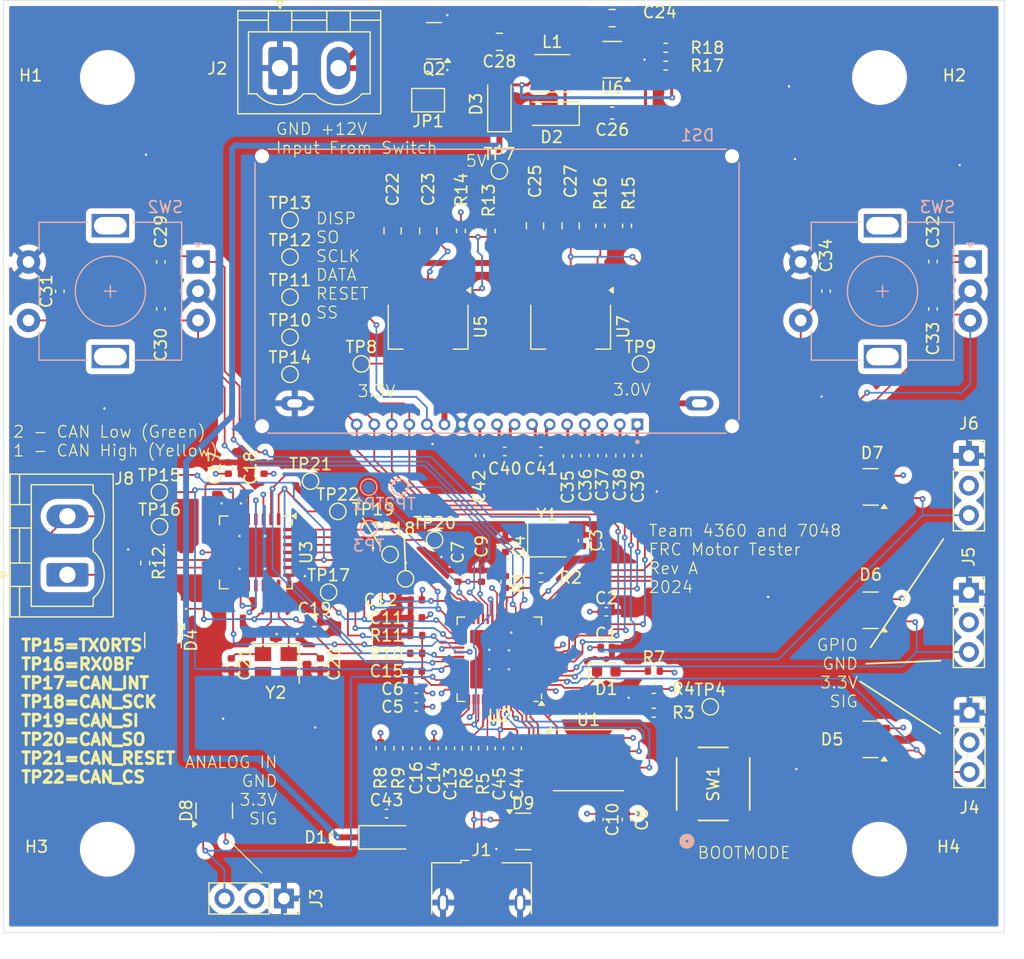
<source format=kicad_pcb>
(kicad_pcb (version 20240108) (generator "pcbnew") (generator_version "8.0")
  (layers (0 "F.Cu" signal "Front") (1 "In1.Cu" signal) (2 "In2.Cu" signal) (31 "B.Cu" signal "Back") (34 "B.Paste" user) (35 "F.Paste" user) (36 "B.SilkS" user "B.Silkscreen") (37 "F.SilkS" user "F.Silkscreen") (38 "B.Mask" user) (39 "F.Mask" user) (44 "Edge.Cuts" user))
  (net 0 "")
  (net 1 "3V3")
  (net 2 "GND")
  (net 3 "Net-(U2-XIN)")
  (net 4 "Net-(C4-Pad2)")
  (net 5 "Net-(U2-GPIO29_ADC3)")
  (net 6 "Net-(U2-ADC_AVDD)")
  (net 7 "VCC")
  (net 8 "Net-(U3-OSC1)")
  (net 9 "Net-(U3-OSC2)")
  (net 10 "+12V")
  (net 11 "Net-(U6-BST)")
  (net 12 "Net-(D2-K)")
  (net 13 "3V0")
  (net 14 "Net-(D3-A)")
  (net 15 "ENC1A")
  (net 16 "ENC1B")
  (net 17 "PRESS1")
  (net 18 "ENC2A")
  (net 19 "ENC2B")
  (net 20 "PRESS2")
  (net 21 "Net-(DS1-V4)")
  (net 22 "Net-(DS1-V3)")
  (net 23 "Net-(DS1-V2)")
  (net 24 "Net-(DS1-V1)")
  (net 25 "Net-(DS1-V0)")
  (net 26 "Net-(DS1-C1+)")
  (net 27 "Net-(DS1-C1-)")
  (net 28 "Net-(DS1-C2+)")
  (net 29 "Net-(DS1-C2-)")
  (net 30 "Net-(DS1-VOUT)")
  (net 31 "Net-(D1-K)")
  (net 32 "Net-(D1-A)")
  (net 33 "DISP_SS")
  (net 34 "DISP_RESET")
  (net 35 "DISP_DATA")
  (net 36 "DISP_SCLK")
  (net 37 "DISP_SO")
  (net 38 "Net-(J1-D-)")
  (net 39 "Net-(J1-D+)")
  (net 41 "/Power/VIN")
  (net 42 "Net-(U2-XOUT)")
  (net 43 "Net-(R3-Pad1)")
  (net 44 "/Pico/QSPI_SS")
  (net 45 "Net-(U2-USB_DP)")
  (net 46 "Net-(U2-USB_DM)")
  (net 47 "/Pico/ADC_VREF")
  (net 48 "Net-(U5-ADJ)")
  (net 49 "Net-(U7-ADJ)")
  (net 50 "Net-(U6-FB)")
  (net 52 "Net-(U2-SWD)")
  (net 53 "Net-(U2-SWCLK)")
  (net 54 "Net-(U2-RUN)")
  (net 55 "Net-(U1-DO(IO1))")
  (net 56 "Net-(U1-IO2)")
  (net 57 "Net-(U1-DI(IO0))")
  (net 58 "Net-(U1-CLK)")
  (net 59 "Net-(U1-IO3)")
  (net 60 "GENIO_01")
  (net 61 "GENIO_02")
  (net 62 "GENIO_03")
  (net 64 "CAN_SO")
  (net 65 "CAN_SI")
  (net 66 "CAN_SCK")
  (net 67 "CAN_INT")
  (net 68 "RX0BF")
  (net 69 "RX1BF")
  (net 70 "STBY")
  (net 71 "CAN_CS")
  (net 72 "CAN_RESET")
  (net 73 "TX0RTS")
  (net 76 "/CAN/TXD")
  (net 77 "/CAN/RXD")
  (net 79 "TX1RTS")
  (net 80 "TX2RTS")
  (net 83 "Net-(J8-Pin_1)")
  (net 84 "Net-(J8-Pin_2)")
  (net 85 "ANALOG_IN")
  (net 86 "Net-(D11-A)")
  (net 87 "+1V1")
  (footprint "Resistor_SMD:R_0402_1005Metric" (layer "F.Cu") (at 145.796 97.028 180)
    (property "Reference" "R3")
    (property "Value" "1K")
  )
  (footprint "Capacitor_SMD:C_0805_2012Metric" (layer "F.Cu") (at 123.4565 55.802 90)
    (property "Reference" "C22")
    (property "Value" "10u")
  )
  (footprint "Capacitor_SMD:C_0402_1005Metric" (layer "F.Cu") (at 141.732 88.392)
    (property "Reference" "C2")
    (property "Value" "0.1u")
  )
  (footprint "Resistor_SMD:R_0402_1005Metric" (layer "F.Cu") (at 141.224 55.372 -90)
    (property "Reference" "R16")
    (property "Value" "1k")
  )
  (footprint "Capacitor_SMD:C_0402_1005Metric" (layer "F.Cu") (at 144.3736 75.0316 90)
    (property "Reference" "C39")
    (property "Value" "1u")
  )
  (footprint "TestPoint:TestPoint_Pad_D1.0mm" (layer "F.Cu") (at 150.622 96.52)
    (property "Reference" "TP4")
    (property "Value" "TestPoint")
  )
  (footprint "MountingHole:MountingHole_4.3mm_M4" (layer "F.Cu") (at 99.06 108.712)
    (property "Reference" "H3")
    (property "Value" "MountingHole")
  )
  (footprint "Capacitor_SMD:C_0402_1005Metric" (layer "F.Cu") (at 169.672 58.42 -90)
    (property "Reference" "C32")
    (property "Value" "0.1u")
  )
  (footprint "footprints:SW4_PTS645SK50SMTR92LFS_CNK" (layer "F.Cu") (at 150.876 103.124 90)
    (property "Reference" "SW1")
    (property "Value" "PTS645SK50SMTR92LFS")
  )
  (footprint "Capacitor_SMD:C_0402_1005Metric" (layer "F.Cu") (at 143.4592 106.172 -90)
    (property "Reference" "C8")
    (property "Value" "2.2u")
  )
  (footprint "Connector_PinSocket_2.54mm:PinSocket_1x03_P2.54mm_Vertical" (layer "F.Cu") (at 114.158 112.928 -90)
    (property "Reference" "J3")
    (property "Value" "Conn_01x03")
  )
  (footprint "Capacitor_SMD:C_0805_2012Metric" (layer "F.Cu") (at 142.24 37.592)
    (property "Reference" "C24")
    (property "Value" "10u")
  )
  (footprint "TestPoint:TestPoint_Pad_D1.0mm" (layer "F.Cu") (at 114.681 68.072)
    (property "Reference" "TP14")
    (property "Value" "TestPoint")
  )
  (footprint "Package_DFN_QFN:QFN-56-1EP_7x7mm_P0.4mm_EP3.2x3.2mm" (layer "F.Cu") (at 132.588 92.456 180)
    (property "Reference" "U2")
    (property "Value" "RP2040")
  )
  (footprint "TestPoint:TestPoint_Pad_D1.0mm" (layer "F.Cu") (at 114.681 64.897)
    (property "Reference" "TP10")
    (property "Value" "TestPoint")
  )
  (footprint "Connector_USB:USB_Micro-B_Amphenol_10118193-0001LF_Horizontal" (layer "F.Cu") (at 131.064 113.284)
    (property "Reference" "J1")
    (property "Value" "USB_B_Micro")
  )
  (footprint "Capacitor_SMD:C_0402_1005Metric" (layer "F.Cu") (at 138.43 75.0824 90)
    (property "Reference" "C35")
    (property "Value" "1u")
  )
  (footprint "Crystal:Crystal_SMD_2520-4Pin_2.5x2.0mm" (layer "F.Cu") (at 136.652 82.296)
    (property "Reference" "Y1")
    (property "Value" "Crystal")
  )
  (footprint "Capacitor_SMD:C_0402_1005Metric" (layer "F.Cu") (at 139.9032 75.0316 90)
    (property "Reference" "C36")
    (property "Value" "1u")
  )
  (footprint "Capacitor_SMD:C_0402_1005Metric" (layer "F.Cu") (at 125.476 100.076 -90)
    (property "Reference" "C16")
    (property "Value" "1u")
  )
  (footprint "Capacitor_SMD:C_0402_1005Metric" (layer "F.Cu") (at 136.144 74.676)
    (property "Reference" "C41")
    (property "Value" "2.2u")
  )
  (footprint "Package_SON:WSON-8-1EP_6x5mm_P1.27mm_EP3.4x4.3mm" (layer "F.Cu") (at 140.208 101.092)
    (property "Reference" "U1")
    (property "Value" "W25Q32JVZP")
  )
  (footprint "Capacitor_SMD:C_0402_1005Metric" (layer "F.Cu") (at 122.936 105.664)
    (property "Reference" "C43")
    (property "Value" "2.2u")
  )
  (footprint "Capacitor_SMD:C_0402_1005Metric" (layer "F.Cu") (at 142.9004 75.0316 90)
    (property "Reference" "C38")
    (property "Value" "1u")
  )
  (footprint "TestPoint:TestPoint_Pad_D1.0mm" (layer "F.Cu") (at 123.2408 83.4898)
    (property "Reference" "TP19")
    (property "Value" "TestPoint")
  )
  (footprint "Diode_SMD:D_SOD-123" (layer "F.Cu") (at 137.0584 45.7708 180)
    (property "Reference" "D2")
    (property "Value" "D_Schottky")
  )
  (footprint "Capacitor_SMD:C_0402_1005Metric" (layer "F.Cu") (at 169.672 62.484 90)
    (property "Reference" "C33")
    (property "Value" "0.1u")
  )
  (footprint "Connector_Phoenix_MSTB:PhoenixContact_MSTBVA_2,5_2-G_1x02_P5.00mm_Vertical" (layer "F.Cu") (at 113.832 41.8705)
    (property "Reference" "J2")
    (property "Value" "Conn_01x02_Socket")
  )
  (footprint "Capacitor_SMD:C_0402_1005Metric" (layer "F.Cu") (at 141.732 91.44)
    (property "Reference" "C1")
    (property "Value" "0.1u")
  )
  (footprint "Resistor_SMD:R_0402_1005Metric" (layer "F.Cu") (at 131.191 100.076 90)
    (property "Reference" "R5")
    (property "Value" "27")
  )
  (footprint "Package_TO_SOT_SMD:SOT-23" (layer "F.Cu") (at 164.338 99.314 180)
    (property "Reference" "D5")
    (property "Value" "SP0502BAHT")
  )
  (footprint "Package_TO_SOT_SMD:SOT-23" (layer "F.Cu") (at 164.338 77.709 180)
    (property "Reference" "D7")
    (property "Value" "SP0502BAHT")
  )
  (footprint "Diode_SMD:D_SOD-123" (layer "F.Cu") (at 122.936 107.696)
    (property "Reference" "D11")
    (property "Value" "D_Schottky")
  )
  (footprint "Package_TO_SOT_SMD:SOT-223-3_TabPin2" (layer "F.Cu") (at 138.684 64.008 -90)
    (property "Reference" "U7")
    (property "Value" "LM1117DT-ADJ")
  )
  (footprint "Resistor_SMD:R_0402_1005Metric" (layer "F.Cu") (at 143.51 55.372 90)
    (property "Reference" "R15")
    (property "Value" "1.3k")
  )
  (footprint "Resistor_SMD:R_0402_1005Metric" (layer "F.Cu") (at 131.8385 55.802 90)
    (property "Reference" "R13")
    (property "Value" "1.6k")
  )
  (footprint "Crystal:Crystal_SMD_3225-4Pin_3.2x2.5mm" (layer "F.Cu") (at 113.47 92.862 180)
    (property "Reference" "Y2")
    (property "Value" "20MHz")
  )
  (footprint "Capacitor_SMD:C_0402_1005Metric" (layer "F.Cu") (at 125.476 96.52 180)
    (property "Reference" "C5")
    (property "Value" "0.1u")
  )
  (footprint "TestPoint:TestPoint_Pad_D1.0mm" (layer "F.Cu") (at 114.681 61.468)
    (property "Reference" "TP11")
    (property "Value" "TestPoint")
  )
  (footprint "Capacitor_SMD:C_0805_2012Metric" (layer "F.Cu") (at 126.5045 55.802 90)
    (property "Reference" "C23")
    (property "Value" "10u")
  )
  (footprint "Capacitor_SMD:C_0402_1005Metric" (layer "F.Cu") (at 133.0452 74.676 180)
    (property "Reference" "C40")
    (property "Value" "2.2u")
  )
  (footprint "Connector_Phoenix_MSTB:PhoenixContact_MSTBVA_2,5_2-G_1x02_P5.00mm_Vertical" (layer "F.Cu") (at 95.648 85.226 90)
    (property "Reference" "J8")
    (property "Value" "Conn_01x02")
  )
  (footprint "Package_TO_SOT_SMD:SOT-23" (layer "F.Cu") (at 103.818 90.83 -90)
    (property "Reference" "D4")
    (property "Value" "SP0502BAHT")
  )
  (footprint "Resistor_SMD:R_0402_1005Metric" (layer "F.Cu") (at 133.096 85.852 -90)
    (property "Reference" "R1")
    (property "Value" "1k")
  )
  (footprint "Capacitor_SMD:C_0402_1005Metric" (layer "F.Cu") (at 109.66 92.862 -90)
    (property "Reference" "C21")
    (property "Value" "22p")
  )
  (footprint "Capacitor_SMD:C_0402_1005Metric" (layer "F.Cu") (at 130.9116 75.0316 90)
    (property "Reference" "C42")
    (property "Value" "2.2u")
  )
  (footprint "Package_TO_SOT_SMD:SOT-23" (layer "F.Cu") (at 134.62 107.188)
    (property "Reference" "D9")
    (property "Value" "SP0502BAHT")
  )
  (footprint "Package_TO_SOT_SMD:SOT-23" (layer "F.Cu") (at 108.204 105.41 90)
    (property "Reference" "D8")
    (property "Value" "SP0502BAHT")
  )
  (footprint "Capacitor_SMD:C_0402_1005Metric" (layer "F.Cu") (at 131.064 85.344 90)
    (property "Reference" "C9")
    (property "Value" "0.1u")
  )
  (footprint "Capacitor_SMD:C_0402_1005Metric" (layer "F.Cu") (at 125.476 93.472 180)
    (property "Reference" "C15")
    (property "Value" "2.2u")
  )
  (footprint "Connector_PinSocket_2.54mm:PinSocket_1x03_P2.54mm_Vertical" (layer "F.Cu") (at 172.7985 97.028)
    (property "Reference" "J4")
    (property "Value" "Conn_01x03")
  )
  (footprint "MountingHole:MountingHole_4.3mm_M4" (layer "F.Cu") (at 165.1 42.672)
    (property "Reference" "H2")
    (property "Value" "MountingHole")
  )
  (footprint "Capacitor_SMD:C_0402_1005Metric" (layer "F.Cu") (at 141.3764 75.0316 90)
    (property "Reference" "C37")
    (property "Value" "1u")
  )
  (footprint "Capacitor_SMD:C_0402_1005Metric" (layer "F.Cu") (at 103.632 62.484 90)
    (property "Reference" "C30")
    (property "Value" "0.1u")
  )
  (footprint "TestPoint:TestPoint_Pad_D1.0mm" (layer "F.Cu") (at 120.777 67.183)
    (property "Reference" "TP8")
    (property "Value" "TestPoint")
  )
  (footprint "Resistor_SMD:R_0402_1005Metric" (layer "F.Cu") (at 145.796 94.996 180)
    (property "Reference" "R4")
    (property "Value" "DNP")
  )
  (footprint "Capacitor_SMD:C_0402_1005Metric" (layer "F.Cu") (at 117.28 92.862 -90)
    (property "Reference" "C20")
    (property "Value" "22p")
  )
  (footprint "Resistor_SMD:R_0402_1005Metric" (layer "F.Cu") (at 122.428 100.076 -90)
    (property "Reference" "R8")
    (property "Value" "200R")
  )
  (footprint "TestPoint:TestPoint_Pad_D1.0mm" (layer "F.Cu") (at 103.5304 81.1022)
    (property "Reference" "TP16")
    (property "Value" "TestPoint")
  )
  (footprint "TestPoint:TestPoint_Pad_D1.0mm" (layer "F.Cu") (at 117.983 86.7156)
    (property "Reference" "TP17")
    (property "Value" "TestPoint")
  )
  (footprint "TestPoint:TestPoint_Pad_D1.0mm" (layer "F.Cu") (at 118.7704 79.8068)
    (property "Reference" "TP22")
    (property "Value" "TestPoint")
  )
  (footprint "Capacitor_SMD:C_0402_1005Metric" (layer "F.Cu") (at 109.406 76.098 90)
    (property "Reference" "C17")
    (property "Value" "0.1u")
  )
  (footprint "Capacitor_SMD:C_0805_2012Metric" (layer "F.Cu") (at 132.588 39.624 180)
    (property "Reference" "C28")
    (property "Value" "10u")
  )
  (footprint "Capacitor_SMD:C_0402_1005Metric" (layer "F.Cu") (at 134.112 100.076 -90)
    (property "Reference" "C44")
    (property "Value" "0.1u")
  )
  (footprint "Capacitor_SMD:C_0402_1005Metric" (layer "F.Cu") (at 116.772 89.306)
    (property "Reference" "C19")
    (property "Value" "0.1u")
  )
  (footprint "Connector_PinSocket_2.54mm:PinSocket_1x03_P2.54mm_Vertical" (layer "F.Cu") (at 172.745 75.057)
    (property "Reference" "J6")
    (property "Value" "Conn_01x03")
  )
  (footprint "TestPoint:TestPoint_Pad_D1.0mm" (layer "F.Cu") (at 116.4336 77.216)
    (property "Reference" "TP21")
    (property "Value" "TestPoint")
  )
  (footprint "Capacitor_SMD:C_0402_1005Metric" (layer "F.Cu") (at 132.588 100.076 -90)
    (property "Reference" "C45")
    (property "Value" "0.1u")
  )
  (footprint "Capacitor_SMD:C_0603_1608Metric" (layer "F.Cu") (at 142.24 45.72 180)
    (property "Reference" "C26")
    (property "Value" "10n")
  )
  (footprint "Resistor_SMD:R_0402_1005Metric" (layer "F.Cu") (at 136.144 85.471 180)
    (property "Reference" "R2")
    (property "Value" "DNP")
  )
  (footprint "Capacitor_SMD:C_0805_2012Metric" (layer "F.Cu") (at 135.636 55.372 90)
    (property "Reference" "C25")
    (property "Value" "10u")
  )
  (footprint "Resistor_SMD:R_0402_1005Metric" (layer "F.Cu") (at 129.794 100.076 90)
    (property "Reference" "R6")
    (property "Value" "27")
  )
  (footprint "Package_TO_SOT_SMD:SOT-223-3_TabPin2" (layer "F.Cu") (at 126.492 64.008 -90)
    (property "Reference" "U5")
    (property "Value" "LM1117DT-ADJ")
  )
  (footprint "Capacitor_SMD:C_0402_1005Metric" (layer "F.Cu") (at 94.996 60.96 90)
    (property "Reference" "C31")
    (property "Value" "0.1u")
  )
  (footprint "Resistor_SMD:R_0402_1005Metric" (layer "F.Cu") (at 102.294 84.226 -90)
    (property "Reference" "R12")
    (property "Value" "120")
  )
  (footprint "Resistor_SMD:R_0402_1005Metric" (layer "F.Cu") (at 146.812 40.132)
    (property "Reference" "R18")
    (property "Value" "9.53k")
  )
  (footprint "Resistor_SMD:R_0402_1005Metric" (layer "F.Cu") (at 146.812 41.656 180)
    (property "Reference" "R17")
    (property "Value" "49.9k")
  )
  (footprint "Jumper:SolderJumper-2_P1.3mm_Open_TrianglePad1.0x1.5mm" (layer "F.Cu") (at 126.492 44.6151 180)
    (property "Reference" "JP1")
    (property "Value" "Jumper_NO_Small")
  )
  (footprint "Resistor_SMD:R_0402_1005Metric" (layer "F.Cu") (at 125.476 91.948)
    (property "Reference" "R10")
    (property "Value" "200k")
  )
  (footprint "Package_TO_SOT_SMD:SOT-23" (layer "F.Cu") (at 127 39.5351 180)
    (property "Reference" "Q2")
    (property "Value" "IRLML6401")
  )
  (footprint "Capacitor_SMD:C_0402_1005Metric" (layer "F.Cu") (at 127 100.076 -90)
    (property "Reference" "C14")
    (property "Value" "1u")
  )
  (footprint "TestPoint:TestPoint_Pad_D1.0mm" (layer "F.Cu") (at 114.681 58.039)
    (property "Reference" "TP12")
    (property "Value" "TestPoint")
  )
  (footprint "Resistor_SMD:R_0402_1005Metric" (layer "F.Cu") (at 145.796 93.472)
    (property "Reference" "R7")
    (property "Value" "330")
  )
  (footprint "Capacitor_SMD:C_0402_1005Metric" (layer "F.Cu") (at 139.7 82.296 -90)
    (property "Reference" "C3")
    (property "Value" "15p")
  )
  (footprint "Resistor_SMD:R_0402_1005Metric" (layer "F.Cu") (at 125.476 90.424 180)
    (property "Reference" "R11")
    (property "Value" "100k")
  )
  (footprint "Capacitor_SMD:C_0402_1005Metric" (layer "F.Cu") (at 128.397 100.076 -90)
    (property "Reference" "C13")
    (property "Value" "1u")
  )
  (footprint "Capacitor_SMD:C_0402_1005Metric" (layer "F.Cu") (at 125.476 88.9 180)
    (property "Reference" "C11")
    (property "Value" "0.1u")
  )
  (footprint "TestPoint:TestPoint_Pad_D1.0mm" (layer "F.Cu") (at 144.653 67.183)
    (property "Reference" "TP9")
    (property "Value" "TestPoint")
  )
  (footprint "Connector_PinSocket_2.54mm:PinSocket_1x03_P2.54mm_Vertical" (layer "F.Cu") (at 172.745 86.756)
    (property "Reference" "J5")
    (property "Value" "Conn_01x03")
  )
  (footprint "Capacitor_SMD:C_0402_1005Metric" (layer "F.Cu") (at 112.454 76.098 90)
    (property "Reference" "C18")
    (property "Value" "0.1u")
  )
  (footprint "MountingHole:MountingHole_4.3mm_M4" (layer "F.Cu") (at 99.06 42.672)
    (property "Reference" "H1")
    (property "Value" "MountingHole")
  )
  (footprint "Resistor_SMD:R_0402_1005Metric" (layer "F.Cu") (at 129.2985 55.802 -90)
    (property "Reference" "R14")
    (property "Value" "1k")
  )
  (footprint "Package_TO_SOT_SMD:SOT-23" (layer "F.Cu") (at 164.338 88.265 180)
    (property "Reference" "D6")
    (property "Value" "SP0502BAHT")
  )
  (footprint "Capacitor_SMD:C_0805_2012Metric" (layer "F.Cu") (at 138.684 55.372 90)
    (property "Reference" "C27")
    (property "Value" "10u")
  )
  (footprint "LED_SMD:LED_0603_1608Metric" (layer "F.Cu") (at 141.732 93.472)
    (property "Reference" "D1")
    (property "Value" "LED")
  )
  (footprint "MountingHole:MountingHole_4.3mm_M4" (layer "F.Cu") (at 165.1 108.712)
    (property "Reference" "H4")
    (property "Value" "MountingHole")
  )
  (footprint "Capacitor_SMD:C_0402_1005Metric" (layer "F.Cu") (at 133.096 82.804 -90)
    (property "Reference" "C4")
    (property "Value" "15p")
  )
  (footprint "Capacitor_SMD:C_0402_1005Metric" (layer "F.Cu") (at 103.632 58.448 -90)
    (property "Reference" "C29")
    (property "Value" "0.1u")
  )
  (footprint "Capacitor_SMD:C_0402_1005Metric" (layer "F.Cu") (at 129.032 85.344 90)
    (property "Reference" "C7")
    (property "Value" "0.1u")
  )
  (footprint "Inductor_SMD:L_Taiyo-Yuden_MD-3030" (layer "F.Cu") (at 137.1092 42.3164 180)
    (property "Reference" "L1")
    (property "Value" "L")
  )
  (footprint "Resistor_SMD:R_0402_1005Metric" (layer "F.Cu") (at 123.952 100.076 90)
    (property "Reference" "R9")
    (property "Value" "1R")
  )
  (footprint "Package_DFN_QFN:QFN-28-1EP_6x6mm_P0.65mm_EP4.25x4.25mm" (layer "F.Cu") (at 111.76 83.312 -90)
    (property "Reference" "U3")
    (property "Value" "MCP25625T-E/ML")
  )
  (footprint "TestPoint:TestPoint_Pad_D1.0mm" (layer "F.Cu") (at 124.5616 85.5726)
    (property "Reference" "TP18")
    (property "Value" "TestPoint")
  )
  (footprint "TestPoint:TestPoint_Pad_D1.0mm" (layer "F.Cu") (at 114.681 54.864)
    (property "Reference" "TP13")
    (property "Value" "TestPoint")
  )
  (footprint "TestPoint:TestPoint_Pad_D1.0mm" (layer "F.Cu") (at 132.588 50.673)
    (property "Reference" "TP7")
    (property "Value" "TestPoint")
  )
  (footprint "Package_TO_SOT_SMD:SOT-23-6" (layer "F.Cu") (at 142.24 41.148 180)
    (property "Reference" "U6")
    (property "Value" "AOZ1280CI")
  )
  (footprint "Capacitor_SMD:C_0402_1005Metric" (layer "F.Cu") (at 125.476 87.376 180)
    (property "Reference" "C12")
    (property "Value" "0.1u")
  )
  (footprint "Capacitor_SMD:C_0402_1005Metric" (layer "F.Cu") (at 125.476 94.996 180)
    (property "Reference" "C6")
    (property "Value" "0.1u")
  )
  (footprint "Capacitor_SMD:C_0402_1005Metric" (layer "F.Cu") (at 141.097 106.172 -90)
    (property "Reference" "C10")
    (property "Value" "0.1u")
  )
  (footprint "TestPoint:TestPoint_Pad_D1.0mm" (layer "F.Cu") (at 103.505 78.1558)
    (property "Reference" "TP15")
    (property "Value" "TestPoint")
  )
  (footprint "Capacitor_SMD:C_0402_1005Metric" (layer "F.Cu") (at 160.528 60.96 90)
    (property "Reference" "C34")
    (property "Value" "0.1u")
  )
  (footprint "TestPoint:TestPoint_Pad_D1.0mm" (layer "F.Cu") (at 127.0508 82.2452)
    (property "Reference" "TP20")
    (property "Value" "TestPoint")
  )
  (footprint "Diode_SMD:D_SOD-123" (layer "F.Cu") (at 132.588 44.958 90)
    (property "Reference" "D3")
    (property "Value" "D_Schottky")
  )
  (footprint "footprints:LCD_NHD-C12832A1Z-FSW-FBW-3V3" (layer "B.Cu") (at 132.3885 60.96 180)
    (property "Reference" "DS1")
    (property "Value" "NHD-C12832A1Z-FSW-FBW-3V3")
  )
  (footprint "Rotary_Encoder:RotaryEncoder_Alps_EC11E-Switch_Vertical_H20mm" (layer "B.Cu") (at 172.858 58.46 180)
    (property "Reference" "SW3")
    (property "Value" "RotaryEncoder_Switch")
  )
  (footprint "TestPoint:TestPoint_Pad_D1.0mm" (layer "B.Cu") (at 121.412 77.724)
    (property "Reference" "TP1")
    (property "Value" "TestPoint")
  )
  (footprint "Rotary_Encoder:RotaryEncoder_Alps_EC11E-Switch_Vertical_H20mm" (layer "B.Cu") (at 106.818 58.46 180)
    (property "Reference" "SW2")
    (property "Value" "RotaryEncoder_Switch")
  )
  (footprint "TestPoint:TestPoint_Pad_D1.0mm" (layer "B.Cu") (at 121.412 81.28)
    (property "Reference" "TP3")
    (property "Value" "TestPoint")
  )
  (footprint "TestPoint:TestPoint_Pad_D1.0mm" (layer "B.Cu") (at 124.079 77.724)
    (property "Reference" "TP2")
    (property "Value" "TestPoint")
  )
  (gr_line (start 124.46 82.042) (end 124.5616 84.8726) (stroke (width 0.1524)) (layer "F.SilkS"))
  (gr_line (start 120.904 80.391) (end 122.428 82.804) (stroke (width 0.1524)) (layer "F.SilkS"))
  (gr_line (start 163.449 94.361) (end 170.307 98.806) (stroke (width 0.1524)) (layer "F.SilkS"))
  (gr_line (start 164.338 91.44) (end 170.561 82.169) (stroke (width 0.1524)) (layer "F.SilkS"))
  (gr_line (start 163.957 92.837) (end 170.307 92.583) (stroke (width 0.1524)) (layer "F.SilkS"))
  (gr_line (start 109.22 107.696) (end 112.268 110.744) (stroke (width 0.1)) (layer "F.SilkS"))
  (gr_rect (start 90.17 36.068) (end 175.768 115.824) (stroke (width 0.05)) (fill none) (layer "Edge.Cuts"))
  (gr_text "BOOTMODE" (at 149.479 109.601 0) (layer "F.SilkS") (effects (font (size 1 1) (thickness 0.1)) (justify left bottom)))
  (gr_text "DISP\nSO\nSCLK\nDATA\nRESET\nSS\n" (at 116.84 63.373 0) (layer "F.SilkS") (effects (font (size 1 1) (thickness 0.1)) (justify left bottom)))
  (gr_text "TP15=TX0RTS\nTP16=RX0BF\nTP17=CAN_INT\nTP18=CAN_SCK\nTP19=CAN_SI\nTP20=CAN_SO\nTP21=CAN_RESET\nTP22=CAN_CS " (at 91.567 103.124 0) (layer "F.SilkS") (effects (font (size 1 1) (thickness 0.25) (bold yes)) (justify left bottom)))
  (gr_text "2 - CAN Low (Green)\n1 - CAN High (Yellow)" (at 90.932 75.184 0) (layer "F.SilkS") (effects (font (size 1 1) (thickness 0.1)) (justify left bottom)))
  (gr_text "Team 4360 and 7048\nFRC Motor Tester\nRev A\n2024" (at 145.288 86.868 0) (layer "F.SilkS") (effects (font (size 1 1) (thickness 0.1)) (justify left bottom)))
  (gr_text "ANALOG IN\nGND\n3.3V\nSIG" (at 113.665 106.68 0) (layer "F.SilkS") (effects (font (size 1 1) (thickness 0.1)) (justify right bottom)))
  (gr_text "GND +12V\nInput From Switch" (at 113.411 49.276 0) (layer "F.SilkS") (effects (font (size 1 1) (thickness 0.1)) (justify left bottom)))
  (gr_text "3.3V" (at 120.396 70.104 0) (layer "F.SilkS") (effects (font (size 1 1) (thickness 0.1)) (justify left bottom)))
  (gr_text "5V" (at 129.6416 50.3936 0) (layer "F.SilkS") (effects (font (size 1 1) (thickness 0.1)) (justify left bottom)))
  (gr_text "GPIO\nGND\n3.3V\nSIG" (at 163.322 96.647 0) (layer "F.SilkS") (effects (font (size 1 1) (thickness 0.1)) (justify right bottom)))
  (gr_text "3.0V" (at 142.24 69.977 0) (layer "F.SilkS") (effects (font (size 1 1) (thickness 0.1)) (justify left bottom)))
  (segment (start 112.41 80.4745) (end 112.41 78.374) (width 0.1524) (layer "F.Cu") (net 1))
  (segment (start 127 99.596) (end 127 98.7552) (width 0.1524) (layer "F.Cu") (net 1))
  (segment (start 141.252 91.44) (end 140.404 91.44) (width 0.1524) (layer "F.Cu") (net 1))
  (segment (start 129.924699 85.824) (end 129.9155 85.814801) (width 0.1524) (layer "F.Cu") (net 1))
  (segment (start 131.988 95.8935) (end 131.988 97.8322) (width 0.1524) (layer "F.Cu") (net 1))
  (segment (start 165.2755 76.759) (end 167.081 76.759) (width 0.1524) (layer "F.Cu") (net 1))
  (segment (start 166.939 87.315) (end 167.005 87.249) (width 0.1524) (layer "F.Cu") (net 1))
  (segment (start 132.388 89.0185) (end 132.388 86.795) (width 0.127) (layer "F.Cu") (net 1))
  (segment (start 127.364 56.752) (end 128.1684 57.5564) (width 0.1524) (layer "F.Cu") (net 1))
  (segment (start 141.252 88.392) (end 140.335 88.392) (width 0.1524) (layer "F.Cu") (net 1))
  (segment (start 129.2985 55.292) (end 129.2985 54.2161) (width 0.1524) (layer "F.Cu") (net 1))
  (segment (start 112.41 78.374) (end 112.395 78.359) (width 0.1524) (layer "F.Cu") (net 1))
  (segment (start 141.097 105.692) (end 140.109 105.692) (width 0.127) (layer "F.Cu") (net 1))
  (segment (start 136.0255 95.056) (end 137.2878 95.056) (width 0.1524) (layer "F.Cu") (net 1))
  (segment (start 112.454 76.578) (end 113.281 76.578) (width 0.1524) (layer "F.Cu") (net 1))
  (segment (start 129.032 85.824) (end 129.906301 85.824) (width 0.1524) (layer "F.Cu") (net 1))
  (segment (start 136.0255 91.456) (end 137.760177 91.456) (width 0.1524) (layer "F.Cu") (net 1))
  (segment (start 142.908 99.187) (end 144.018 99.187) (width 0.1524) (layer "F.Cu") (net 1))
  (segment (start 140.404 91.44) (end 140.335 91.509) (width 0.1524) (layer "F.Cu") (net 1))
  (segment (start 113.281 76.578) (end 113.284 76.581) (width 0.1524) (layer "F.Cu") (net 1))
  (segment (start 127.8885 68.5545) (end 126.492 67.158) (width 0.508) (layer "F.Cu") (net 1))
  (segment (start 125.956 88.9) (end 126.397425 88.9) (width 0.1524) (layer "F.Cu") (net 1))
  (segment (start 147.446998 93.472) (end 147.574 93.599002) (width 0.1524) (layer "F.Cu") (net 1))
  (segment (start 132.288 97.462529) (end 132.388 97.562528) (width 0.1524) (layer "F.Cu") (net 1))
  (segment (start 131.064 85.824) (end 129.924699 85.824) (width 0.1524) (layer "F.Cu") (net 1))
  (segment (start 125.956 96.52) (end 126.873 96.52) (width 0.1524) (layer "F.Cu") (net 1))
  (segment (start 132.388 97.6162) (end 132.08 97.9242) (width 0.1524) (layer "F.Cu") (net 1))
  (segment (start 130.388 97.069) (end 130.048 97.409) (width 0.1524) (layer "F.Cu") (net 1))
  (segment (start 143.4592 105.692) (end 144.371 105.692) (width 0.127) (layer "F.Cu") (net 1))
  (segment (start 109.406 76.578) (end 108.334 76.578) (width 0.1524) (layer "F.Cu") (net 1))
  (segment (start 167.081 76.759) (end 167.132 76.708) (width 0.1524) (layer "F.Cu") (net 1))
  (segment (start 144.371 105.692) (end 144.399 105.664) (width 0.127) (layer "F.Cu") (net 1))
  (segment (start 129.1505 91.456) (end 127.77988 91.456) (width 0.1524) (layer "F.Cu") (net 1))
  (segment (start 126.397425 88.9) (end 126.698678 88.598747) (width 0.1524) (layer "F.Cu") (net 1))
  (segment (start 120.802 67.158) (end 120.777 67.183) (width 0.1524) (layer "F.Cu") (net 1))
  (segment (start 132.388 95.8935) (end 132.288 95.9935) (width 0.1524) (layer "F.Cu") (net 1))
  (segment (start 129.906301 85.824) (end 129.9155 85.814801) (width 0.1524) (layer "F.Cu") (net 1))
  (segment (start 132.288 95.9935) (end 132.288 97.462529) (width 0.1524) (layer "F.Cu") (net 1))
  (segment (start 108.9225 83.312) (end 107.188 83.312) (width 0.1524) (layer "F.Cu") (net 1))
  (segment (start 125.956 86.5658) (end 126.0094 86.5124) (width 0.1524) (layer "F.Cu") (net 1))
  (segment (start 130.388 95.8935) (end 130.388 97.069) (width 0.1524) (layer "F.Cu") (net 1))
  (segment (start 146.306 93.472) (end 147.446998 93.472) (width 0.1524) (layer "F.Cu") (net 1))
  (segment (start 125.956 87.376) (end 125.956 86.5658) (width 0.1524) (layer "F.Cu") (net 1))
  (segment (start 165.2755 98.364) (end 167.066 98.364) (width 0.1524) (layer "F.Cu") (net 1))
  (segment (start 129.2985 54.2161) (end 129.286 54.2036) (width 0.1524) (layer "F.Cu") (net 1))
  (segment (start 129.1505 95.056) (end 127.956 95.056) (width 0.1524) (layer "F.Cu") (net 1))
  (segment (start 165.2755 87.315) (end 166.939 87.315) (width 0.1524) (layer "F.Cu") (net 1))
  (segment (start 127.8885 72.36) (end 127.8885 68.5545) (width 0.508) (layer "F.Cu") (net 1))
  (segment (start 140.109 105.692) (end 140.081 105.664) (width 0.127) (layer "F.Cu") (net 1))
  (segment (start 108.334 76.578) (end 108.331 76.581) (width 0.1524) (layer "F.Cu") (net 1))
  (segment (start 132.388 97.562528) (end 132.388 97.6162) (width 0.1524) (layer "F.Cu") (net 1))
  (segment (start 137.2878 95.056) (end 137.414 95.1822) (width 0.1524) (layer "F.Cu") (net 1))
  (segment (start 131.988 97.8322) (end 132.08 97.9242) (width 0.1524) (layer "F.Cu") (net 1))
  (segment (start 126.492 67.158) (end 120.802 67.158) (width 0.1524) (layer "F.Cu") (net 1))
  (segment (start 127.956 95.056) (end 127.635 95.377) (width 0.1524) (layer "F.Cu") (net 1))
  (segment (start 122.428 99.566) (end 122.428 98.7552) (width 0.1524) (layer "F.Cu") (net 1))
  (segment (start 126.492 59.436) (end 126.6444 59.2836) (width 0.1524) (layer "F.Cu") (net 1))
  (segment (start 137.760177 91.456) (end 138.0308 91.185377) (width 0.1524) (layer "F.Cu") (net 1))
  (segment (start 146.306 94.996) (end 147.32 94.996) (width 0.1524) (layer "F.Cu") (net 1))
  (segment (start 132.388 86.795) (end 131.953 86.36) (width 0.127) (layer "F.Cu") (net 1))
  (segment (start 126.5045 56.752) (end 127.364 56.752) (width 0.1524) (layer "F.Cu") (net 1))
  (segment (start 125.956 94.996) (end 126.337 95.377) (width 0.1524) (layer "F.Cu") (net 1))
  (segment (start 126.492 60.858) (end 126.492 59.436) (width 0.1524) (layer "F.Cu") (net 1))
  (segment (start 167.066 98.364) (end 167.132 98.298) (width 0.1524) (layer "F.Cu") (net 1))
  (segment (start 109.154 106.3475) (end 109.154 108.011) (width 0.1524) (layer "F.Cu") (net 1))
  (segment (start 109.154 108.011) (end 109.22 108.077) (width 0.1524) (layer "F.Cu") (net 1))
  (segment (start 126.337 95.377) (end 126.873 95.377) (width 0.1524) (layer "F.Cu") (net 1))
  (segment (start 127.77988 91.456) (end 127.66638 91.5695) (width 0.1524) (layer "F.Cu") (net 1))
  (via (at 129.286 54.2036) (size 0.5) (drill 0.2) (layers "F.Cu" "B.Cu") (net 1))
  (via (at 167.132 76.708) (size 0.5) (drill 0.2) (layers "F.Cu" "B.Cu") (net 1))
  (via (at 126.0094 86.5124) (size 0.5) (drill 0.2) (layers "F.Cu" "B.Cu") (net 1))
  (via (at 147.574 93.599002) (size 0.5) (drill 0.2) (layers "F.Cu" "B.Cu") (net 1))
  (via (at 109.22 108.077) (size 0.5) (drill 0.2) (layers "F.Cu" "B.Cu") (net 1))
  (via (at 127 98.7552) (size 0.5) (drill 0.2) (layers "F.Cu" "B.Cu") (net 1))
  (via (at 128.1684 57.5564) (size 0.5) (drill 0.2) (layers "F.Cu" "B.Cu") (net 1))
  (via (at 132.08 97.9242) (size 0.5) (drill 0.2) (layers "F.Cu" "B.Cu") (net 1))
  (via (at 167.005 87.249) (size 0.5) (drill 0.2) (layers "F.Cu" "B.Cu") (net 1))
  (via (at 144.399 105.664) (size 0.5) (drill 0.2) (layers "F.Cu" "B.Cu") (net 1))
  (via (at 127.635 95.377) (size 0.5) (drill 0.2) (layers "F.Cu" "B.Cu") (net 1))
  (via (at 147.32 94.996) (size 0.5) (drill 0.2) (layers "F.Cu" "B.Cu") (net 1))
  (via (at 167.132 98.298) (size 0.5) (drill 0.2) (layers "F.Cu" "B.Cu") (net 1))
  (via (at 126.873 95.377) (size 0.5) (drill 0.2) (layers "F.Cu" "B.Cu") (net 1))
  (via (at 138.0308 91.185377) (size 0.5) (drill 0.2) (layers "F.Cu" "B.Cu") (net 1))
  (via (at 131.953 86.36) (size 0.5) (drill 0.2) (layers "F.Cu" "B.Cu") (net 1))
  (via (at 144.018 99.187) (size 0.5) (drill 0.2) (layers "F.Cu" "B.Cu") (net 1))
  (via (at 129.9155 85.814801) (size 0.5) (drill 0.2) (layers "F.Cu" "B.Cu") (net 1))
  (via (at 126.6444 59.2836) (size 0.5) (drill 0.2) (layers "F.Cu" "B.Cu") (net 1))
  (via (at 140.335 91.509) (size 0.5) (drill 0.2) (layers "F.Cu" "B.Cu") (net 1))
  (via (at 127.66638 91.5695) (size 0.5) (drill 0.2) (layers "F.Cu" "B.Cu") (net 1))
  (via (at 108.331 76.581) (size 0.5) (drill 0.2) (layers "F.Cu" "B.Cu") (net 1))
  (via (at 112.395 78.359) (size 0.5) (drill 0.2) (layers "F.Cu" "B.Cu") (net 1))
  (via (at 130.048 97.409) (size 0.5) (drill 0.2) (layers "F.Cu" "B.Cu") (net 1))
  (via (at 140.081 105.664) (size 0.5) (drill 0.2) (layers "F.Cu" "B.Cu") (net 1))
  (via (at 107.188 83.312) (size 0.5) (drill 0.2) (layers "F.Cu" "B.Cu") (net 1))
  (via (at 137.414 95.1822) (size 0.5) (drill 0.2) (layers "F.Cu" "B.Cu") (net 1))
  (via (at 122.428 98.7552) (size 0.5) (drill 0.2) (layers "F.Cu" "B.Cu") (net 1))
  (via (at 126.698678 88.598747) (size 0.5) (drill 0.2) (layers "F.Cu" "B.Cu") (net 1))
  (via (at 140.335 88.392) (size 0.5) (drill 0.2) (layers "F.Cu" "B.Cu") (net 1))
  (via (at 113.284 76.581) (size 0.5) (drill 0.2) (layers "F.Cu" "B.Cu") (net 1))
  (via (at 126.873 96.52) (size 0.5) (drill 0.2) (layers "F.Cu" "B.Cu") (net 1))
  (segment (start 126.6444 59.2836) (end 126.6444 59.0804) (width 0.1524) (layer "B.Cu") (net 1))
  (segment (start 126.6444 59.0804) (end 128.1684 57.5564) (width 0.1524) (layer "B.Cu") (net 1))
  (segment (start 114.5975 85.262) (end 115.869 85.262) (width 0.1524) (layer "F.Cu") (net 2))
  (segment (start 133.588 90.154) (end 133.604 90.17) (width 0.127) (layer "F.Cu") (net 2))
  (segment (start 143.3775 41.148) (end 145.0086 41.148) (width 0.1524) (layer "F.Cu") (net 2))
  (segment (start 115.869 85.262) (end 115.951 85.344) (width 0.1524) (layer "F.Cu") (net 2))
  (segment (start 132.364 110.609) (end 132.364 108.7166) (width 0.1524) (layer "F.Cu") (net 2))
  (segment (start 132.364 108.7166) (end 132.334 108.6866) (width 0.1524) (layer "F.Cu") (net 2))
  (segment (start 111.76 86.1495) (end 111.76 87.884) (width 0.1524) (layer "F.Cu") (net 2))
  (segment (start 133.588 89.0185) (end 133.588 90.154) (width 0.127) (layer "F.Cu") (net 2))
  (segment (start 111.76 87.884) (end 111.2012 88.4428) (width 0.1524) (layer "F.Cu") (net 2))
  (via (at 126.873 74.041) (size 0.5) (drill 0.2) (layers "F.Cu" "B.Cu") (net 2))
  (via (at 110.363 81.915) (size 0.5) (drill 0.2) (layers "F.Cu" "B.Cu") (net 2))
  (via (at 157.353 43.434) (size 0.5) (drill 0.2) (layers "F.Cu" "B.Cu") (net 2))
  (via (at 98.806 70.993) (size 0.5) (drill 0.2) (layers "F.Cu" "B.Cu") (net 2))
  (via (at 108.966 97.536) (size 0.5) (drill 0.2) (layers "F.Cu" "B.Cu") (net 2))
  (via (at 145.0086 41.148) (size 0.5) (drill 0.2) (layers "F.Cu" "B.Cu") (net 2))
  (via (at 113.538 90.297) (size 0.5) (drill 0.2) (layers "F.Cu" "B.Cu") (net 2))
  (via (at 131.7244 91.6432) (size 0.5) (drill 0.2) (layers "F.Cu" "B.Cu") (net 2))
  (via (at 110.49 79.121) (size 0.5) (drill 0.2) (layers "F.Cu" "B.Cu") (net 2))
  (via (at 160.147 69.977) (size 0.5) (drill 0.2) (layers "F.Cu" "B.Cu") (net 2))
  (via (at 115.316 90.297) (size 0.5) (drill 0.2) (layers "F.Cu" "B.Cu") (net 2))
  (via (at 133.4008 91.694) (size 0.5) (drill 0.2) (layers "F.Cu" "B.Cu") (net 2))
  (via (at 141.478 83.058) (size 0.5) (drill 0.2) (layers "F.Cu" "B.Cu") (net 2))
  (via (at 121.793 82.931) (size 0.5) (drill 0.2) (layers "F.Cu" "B.Cu") (net 2))
  (via (at 103.886 82.677) (size 0.5) (drill 0.2) (layers "F.Cu" "B.Cu") (net 2))
  (via (at 143.637 95.758) (size 0.5) (drill 0.2) (layers "F.Cu" "B.Cu") (net 2))
  (via (at 133.4008 93.3196) (size 0.5) (drill 0.2) (layers "F.Cu" "B.Cu") (net 2))
  (via (at 110.363 84.709) (size 0.5) (drill 0.2) (layers "F.Cu" "B.Cu") (net 2))
  (via (at 108.839 79.121) (size 0.5) (drill 0.2) (layers "F.Cu" "B.Cu") (net 2))
  (via (at 127.635 83.693) (size 0.5) (drill 0.2) (layers "F.Cu" "B.Cu") (net 2))
  (via (at 124.587 84.201) (size 0.5) (drill 0.2) (layers "F.Cu" "B.Cu") (net 2))
  (via (at 112.522 84.709) (size 0.5) (drill 0.2) (layers "F.Cu" "B.Cu") (net 2))
  (via (at 131.7244 93.3196) (size 0.5) (drill 0.2) (layers "F.Cu" "B.Cu") (net 2))
  (via (at 146.05 78.105) (size 0.5) (drill 0.2) (layers "F.Cu" "B.Cu") (net 2))
  (via (at 171.958 50.165) (size 0.5) (drill 0.2) (layers "F.Cu" "B.Cu") (net 2))
  (via (at 116.84 98.298) (size 0.5) (drill 0.2) (layers "F.Cu" "B.Cu") (net 2))
  (via (at 155.575 87.122) (size 0.5) (drill 0.2) (layers "F.Cu" "B.Cu") (net 2))
  (via (at 133.604 90.17) (size 0.5) (drill 0.2) (layers "F.Cu" "B.Cu") (net 2))
  (via (at 157.861 49.657) (size 0.5) (drill 0.2) (layers "F.Cu" "B.Cu") (net 2))
  (via (at 100.838 83.058) (size 0.5) (drill 0.2) (layers "F.Cu" "B.Cu") (net 2))
  (via (at 157.988 101.854) (size 0.5) (drill 0.2) (layers "F.Cu" "B.Cu") (net 2))
  (via (at 132.334 108.6866) (size 0.5) (drill 0.2) (layers "F.Cu" "B.Cu") (net 2))
  (via (at 102.362 49.276) (size 0.5) (drill 0.2) (layers "F.Cu" "B.Cu") (net 2))
  (via (at 98.552 98.298) (size 0.5) (drill 0.2) (layers "F.Cu" "B.Cu") (net 2))
  (via (at 112.522 81.915) (size 0.5) (drill 0.2) (layers "F.Cu" "B.Cu") (net 2))
  (via (at 128.143 37.338) (size 0.5) (drill 0.2) (layers "F.Cu" "B.Cu") (net 2))
  (via (at 115.951 85.344) (size 0.5) (drill 0.2) (layers "F.Cu" "B.Cu") (net 2))
  (via (at 111.2012 88.4428) (size 0.5) (drill 0.2) (layers "F.Cu" "B.Cu") (net 2))
  (via (at 128.143 42.037) (size 0.5) (drill 0.2) (layers "F.Cu" "B.Cu") (net 2))
  (segment (start 135.765 86.36) (end 136.654 85.471) (width 0.1524) (layer "F.Cu") (net 3))
  (segment (start 139.48 82.996) (end 139.7 82.776) (width 0.1524) (layer "F.Cu") (net 3))
  (segment (start 137.527 84.598) (end 136.654 85.471) (width 0.1524) (layer "F.Cu") (net 3))
  (segment (start 133.701692 87.151308) (end 134.493 86.36) (width 0.1524) (layer "F.Cu") (net 3))
  (segment (start 133.225415 87.561017) (end 133.225415 87.151308) (width 0.1524) (layer "F.Cu") (net 3))
  (segment (start 134.493 86.36) (end 135.765 86.36) (width 0.1524) (layer "F.Cu") (net 3))
  (segment (start 137.527 82.996) (end 137.527 84.598) (width 0.1524) (layer "F.Cu") (net 3))
  (segment (start 133.188 87.598432) (end 133.225415 87.561017) (width 0.1524) (layer "F.Cu") (net 3))
  (segment (start 133.188 89.0185) (end 133.188 87.598432) (width 0.1524) (layer "F.Cu") (net 3))
  (segment (start 133.225415 87.151308) (end 133.701692 87.151308) (width 0.1524) (layer "F.Cu") (net 3))
  (segment (start 137.527 82.996) (end 139.48 82.996) (width 0.1524) (layer "F.Cu") (net 3))
  (segment (start 135.777 82.996) (end 133.384 82.996) (width 0.1524) (layer "F.Cu") (net 4))
  (segment (start 133.384 82.996) (end 133.096 83.284) (width 0.1524) (layer "F.Cu") (net 4))
  (segment (start 133.096 83.284) (end 133.096 85.342) (width 0.1524) (layer "F.Cu") (net 4))
  (segment (start 125.956 94.079) (end 126.169 94.079) (width 0.1524) (layer "F.Cu") (net 5))
  (segment (start 126.169 94.079) (end 126.746 94.656) (width 0.1524) (layer "F.Cu") (net 5))
  (segment (start 125.986 91.948) (end 125.986 93.442) (width 0.1524) (layer "F.Cu") (net 5))
  (segment (start 125.986 90.424) (end 125.986 91.948) (width 0.1524) (layer "F.Cu") (net 5))
  (segment (start 126.746 94.656) (end 129.1505 94.656) (width 0.1524) (layer "F.Cu") (net 5))
  (segment (start 125.986 93.442) (end 125.956 93.472) (width 0.1524) (layer "F.Cu") (net 5))
  (segment (start 125.956 93.472) (end 125.956 94.079) (width 0.1524) (layer "F.Cu") (net 5))
  (segment (start 129.988 95.8935) (end 129.988 96.707) (width 0.1524) (layer "F.Cu") (net 6))
  (segment (start 125.476 97.536) (end 125.476 99.596) (width 0.1524) (layer "F.Cu") (net 6))
  (segment (start 123.952 99.566) (end 125.446 99.566) (width 0.1524) (layer "F.Cu") (net 6))
  (segment (start 125.446 99.566) (end 125.476 99.596) (width 0.1524) (layer "F.Cu") (net 6))
  (segment (start 129.159 97.536) (end 125.476 97.536) (width 0.1524) (layer "F.Cu") (net 6))
  (segment (start 129.988 96.707) (end 129.159 97.536) (width 0.1524) (layer "F.Cu") (net 6))
  (segment (start 133.223 58.547) (end 133.477 58.293) (width 0.508) (layer "F.Cu") (net 7))
  (segment (start 124.192 58.547) (end 124.192 57.4875) (width 0.508) (layer "F.Cu") (net 7))
  (segment (start 132.588 50.673) (end 132.588 48.514) (width 0.508) (layer "F.Cu") (net 7))
  (segment (start 107.315 89.027) (end 107.315 88.138) (width 0.1524) (layer "F.Cu") (net 7))
  (segment (start 121.286 107.696) (end 118.745 107.696) (width 0.508) (layer "F.Cu") (net 7))
  (segment (start 112.126 88.534) (end 111.633 89.027) (width 0.1524) (layer "F.Cu") (net 7))
  (segment (start 133.477 56.388) (end 133.543 56.322) (width 0.508) (layer "F.Cu") (net 7))
  (segment (start 116.292 89.306) (end 115.468 89.306) (width 0.1524) (layer "F.Cu") (net 7))
  (segment (start 116.84 90.424) (end 116.459 90.424) (width 0.1524) (layer "F.Cu") (net 7))
  (segment (start 132.588 50.673) (end 132.588 52.07) (width 0.508) (layer "F.Cu") (net 7))
  (segment (start 133.477 58.293) (end 133.477 56.388) (width 0.508) (layer "F.Cu") (net 7))
  (segment (start 124.192 58.547) (end 133.223 58.547) (width 0.508) (layer "F.Cu") (net 7))
  (segment (start 118.364 91.948) (end 116.84 90.424) (width 0.1524) (layer "F.Cu") (net 7))
  (segment (start 124.192 60.858) (end 124.192 58.547) (width 0.508) (layer "F.Cu") (net 7))
  (segment (start 135.636 58.42) (end 135.636 56.322) (width 0.508) (layer "F.Cu") (net 7))
  (segment (start 132.588 48.514) (end 132.588 46.608) (width 0.508) (layer "F.Cu") (net 7))
  (segment (start 132.588 52.07) (end 133.477 52.959) (width 0.508) (layer "F.Cu") (net 7))
  (segment (start 133.543 56.322) (end 135.636 56.322) (width 0.508) (layer "F.Cu") (net 7))
  (segment (start 124.966 91.948) (end 118.364 91.948) (width 0.1524) (layer "F.Cu") (net 7))
  (segment (start 116.292 90.257) (end 116.292 89.306) (width 0.1524) (layer "F.Cu") (net 7))
  (segment (start 124.192 57.4875) (end 123.4565 56.752) (width 0.508) (layer "F.Cu") (net 7))
  (segment (start 112.41 86.1495) (end 112.41 88.534) (width 0.1524) (layer "F.Cu") (net 7))
  (segment (start 115.468 89.306) (end 115.189 89.027) (width 0.1524) (layer "F.Cu") (net 7))
  (segment (start 107.315 88.138) (end 105.791 88.138) (width 0.1524) (layer "F.Cu") (net 7))
  (segment (start 116.459 90.424) (end 116.292 90.257) (width 0.1524) (layer "F.Cu") (net 7))
  (segment (start 133.477 52.959) (end 133.477 56.388) (width 0.508) (layer "F.Cu") (net 7))
  (segment (start 136.384 60.858) (end 136.384 59.168) (width 0.508) (layer "F.Cu") (net 7))
  (segment (start 136.384 59.168) (end 135.636 58.42) (width 0.508) (layer "F.Cu") (net 7))
  (segment (start 112.41 88.534) (end 112.126 88.534) (width 0.1524) (layer "F.Cu") (net 7))
  (via (at 115.189 89.027) (size 0.5) (drill 0.2) (layers "F.Cu" "B.Cu") (net 7))
  (via (at 105.791 88.138) (size 0.5) (drill 0.2) (layers "F.Cu" "B.Cu") (net 7))
  (via (at 118.745 107.696) (size 0.5) (drill 0.2) (layers "F.Cu" "B.Cu") (net 7))
  (via (at 111.633 89.027) (size 0.5) (drill 0.2) (layers "F.Cu" "B.Cu") (net 7))
  (via (at 132.588 48.514) (size 0.5) (drill 0.2) (layers "F.Cu" "B.Cu") (net 7))
  (via (at 107.315 89.027) (size 0.5) (drill 0.2) (layers "F.Cu" "B.Cu") (net 7))
  (segment (start 115.189 89.027) (end 111.633 89.027) (width 0.1524) (layer "B.Cu") (net 7))
  (segment (start 109.99 48.506) (end 132.58 48.506) (width 0.508) (layer "B.Cu") (net 7))
  (segment (start 109.728 71.628) (end 109.728 48.768) (width 0.508) (layer "B.Cu") (net 7))
  (segment (start 105.791 100.965) (end 105.791 75.565) (width 0.508) (layer "B.Cu") (net 7))
  (segment (start 112.014 100.965) (end 105.791 100.965) (width 0.508) (layer "B.Cu") (net 7))
  (segment (start 105.791 75.565) (end 109.728 71.628) (width 0.508) (layer "B.Cu") (net 7))
  (segment (start 109.728 48.768) (end 109.99 48.506) (width 0.508) (layer "B.Cu") (net 7))
  (segment (start 132.58 48.506) (end 132.588 48.514) (width 0.508) (layer "B.Cu") (net 7))
  (segment (start 111.633 89.027) (end 107.315 89.027) (width 0.1524) (layer "B.Cu") (net 7))
  (segment (start 118.745 107.696) (end 112.014 100.965) (width 0.508) (layer "B.Cu") (net 7))
  (segment (start 114.57 89.678) (end 114.57 92.012) (width 0.1524) (layer "F.Cu") (net 8))
  (segment (start 116.91 92.012) (end 117.28 92.382) (width 0.1524) (layer "F.Cu") (net 8))
  (segment (start 114.57 92.012) (end 116.91 92.012) (width 0.1524) (layer "F.Cu") (net 8))
  (segment (start 113.71 86.1495) (end 113.71 88.818) (width 0.1524) (layer "F.Cu") (net 8))
  (segment (start 113.71 88.818) (end 114.57 89.678) (width 0.1524) (layer "F.Cu") (net 8))
  (segment (start 113.06 89.251) (end 113.06 86.1495) (width 0.1524) (layer "F.Cu") (net 9))
  (segment (start 112.37 92.012) (end 110.03 92.012) (width 0.1524) (layer "F.Cu") (net 9))
  (segment (start 112.37 89.941) (end 113.06 89.251) (width 0.1524) (layer "F.Cu") (net 9))
  (segment (start 110.03 92.012) (end 109.66 92.382) (width 0.1524) (layer "F.Cu") (net 9))
  (segment (start 112.37 92.012) (end 112.37 89.941) (width 0.1524) (layer "F.Cu") (net 9))
  (segment (start 139.6492 37.592) (end 130.4544 37.592) (width 0.508) (layer "F.Cu") (net 10))
  (segment (start 139.7 41.0972) (end 139.7 40.1828) (width 0.508) (layer "F.Cu") (net 10))
  (segment (start 139.7 37.6428) (end 139.6492 37.592) (width 0.254) (layer "F.Cu") (net 10))
  (segment (start 127.217 44.6151) (end 129.7305 44.6151) (width 0.508) (layer "F.Cu") (net 10))
  (segment (start 141.29 37.592) (end 139.6492 37.592) (width 0.508) (layer "F.Cu") (net 10))
  (segment (start 141.1025 40.198) (end 139.7152 40.198) (width 0.254) (layer "F.Cu") (net 10))
  (segment (start 129.4613 38.5851) (end 127.9375 38.5851) (width 0.508) (layer "F.Cu") (net 10))
  (segment (start 139.7508 41.148) (end 139.7 41.0972) (width 0.254) (layer "F.Cu") (net 10))
  (segment (start 129.794 38.2524) (end 129.4613 38.5851) (width 0.508) (layer "F.Cu") (net 10))
  (segment (start 130.4544 37.592) (end 129.794 38.2524) (width 0.508) (layer "F.Cu") (net 10))
  (segment (start 139.7152 40.198) (end 139.7 40.1828) (width 0.254) (layer "F.Cu") (net 10))
  (segment (start 141.1025 41.148) (end 139.7508 41.148) (width 0.254) (layer "F.Cu") (net 10))
  (segment (start 129.794 44.5516) (end 129.794 38.2524) (width 0.508) (layer "F.Cu") (net 10))
  (segment (start 139.7 40.1828) (end 139.7 37.6428) (width 0.508) (layer "F.Cu") (net 10))
  (segment (start 129.7305 44.6151) (end 129.794 44.5516) (width 0.508) (layer "F.Cu") (net 10))
  (segment (start 144.968 42.098) (end 145.0848 42.2148) (width 0.254) (layer "F.Cu") (net 11))
  (segment (start 145.0848 45.72) (end 143.015 45.72) (width 0.254) (layer "F.Cu") (net 11))
  (segment (start 145.0848 42.2148) (end 145.0848 45.72) (width 0.254) (layer "F.Cu") (net 11))
  (segment (start 143.3775 42.098) (end 144.968 42.098) (width 0.254) (layer "F.Cu") (net 11))
  (segment (start 138.2092 42.3164) (end 138.2092 45.2716) (width 0.254) (layer "F.Cu") (net 12))
  (segment (start 138.2092 45.2716) (end 138.7084 45.7708) (width 0.254) (layer "F.Cu") (net 12))
  (segment (start 138.4276 42.098) (end 138.2092 42.3164) (width 0.254) (layer "F.Cu") (net 12))
  (segment (start 138.7592 45.72) (end 138.7084 45.7708) (width 0.254) (layer "F.Cu") (net 12))
  (segment (start 141.1025 42.098) (end 138.4276 42.098) (width 0.254) (layer "F.Cu") (net 12))
  (segment (start 141.465 45.72) (end 138.7592 45.72) (width 0.254) (layer "F.Cu") (net 12))
  (segment (start 145.6424 70.56) (end 145.2372 70.1548) (width 0.508) (layer "F.Cu") (net 13))
  (segment (start 149.6885 70.56) (end 145.6424 70.56) (width 0.508) (layer "F.Cu") (net 13))
  (segment (start 145.2372 70.1548) (end 139.3952 70.1548) (width 0.508) (layer "F.Cu") (net 13))
  (segment (start 144.653 67.183) (end 144.653 58.6994) (width 0.1524) (layer "F.Cu") (net 13))
  (segment (start 144.653 58.6994) (end 143.9672 58.0136) (width 0.1524) (layer "F.Cu") (net 13))
  (segment (start 140.2588 55.9816) (end 140.2588 54.9656) (width 0.1524) (layer "F.Cu") (net 13))
  (segment (start 140.2588 54.9656) (end 140.3624 54.862) (width 0.1524) (layer "F.Cu") (net 13))
  (segment (start 138.684 56.322) (end 138.684 58.0136) (width 0.1524) (layer "F.Cu") (net 13))
  (segment (start 138.684 67.158) (end 144.628 67.158) (width 0.1524) (layer "F.Cu") (net 13))
  (segment (start 139.3952 70.1548) (end 138.684 69.4436) (width 0.508) (layer "F.Cu") (net 13))
  (segment (start 139.9184 56.322) (end 140.2588 55.9816) (width 0.1524) (layer "F.Cu") (net 13))
  (segment (start 138.684 58.0136) (end 138.684 60.858) (width 0.1524) (layer "F.Cu") (net 13))
  (segment (start 140.3624 54.862) (end 141.224 54.862) (width 0.1524) (layer "F.Cu") (net 13))
  (segment (start 144.628 67.158) (end 144.653 67.183) (width 0.1524) (layer "F.Cu") (net 13))
  (segment (start 138.684 69.4436) (end 138.684 67.158) (width 0.508) (layer "F.Cu") (net 13))
  (segment (start 138.684 56.322) (end 139.9184 56.322) (width 0.1524) (layer "F.Cu") (net 13))
  (via (at 143.9672 58.0136) (size 0.5) (drill 0.2) (layers "F.Cu" "B.Cu") (net 13))
  (via (at 138.684 58.0136) (size 0.5) (drill 0.2) (layers "F.Cu" "B.Cu") (net 13))
  (segment (start 143.9672 58.0136) (end 138.684 58.0136) (width 0.1524) (layer "B.Cu") (net 13))
  (segment (start 136.0092 42.0952) (end 133.538 39.624) (width 0.254) (layer "F.Cu") (net 14))
  (segment (start 132.588 43.308) (end 134.5184 43.308) (width 0.254) (layer "F.Cu") (net 14))
  (segment (start 134.5184 43.308) (end 135.0176 43.308) (width 0.254) (layer "F.Cu") (net 14))
  (segment (start 147.322 44.3504) (end 147.3708 44.3992) (width 0.254) (layer "F.Cu") (net 14))
  (segment (start 147.322 41.656) (end 147.322 44.3504) (width 0.254) (layer "F.Cu") (net 14))
  (segment (start 136.0092 42.3164) (end 136.0092 42.0952) (width 0.254) (layer "F.Cu") (net 14))
  (segment (start 135.0176 43.308) (end 136.0092 42.3164) (width 0.254) (layer "F.Cu") (net 14))
  (via (at 147.3708 44.3992) (size 0.5) (drill 0.2) (layers "F.Cu" "B.Cu") (net 14))
  (via (at 134.5184 43.308) (size 0.5) (drill 0.2) (layers "F.Cu" "B.Cu") (net 14))
  (segment (start 134.4676 43.3588) (end 134.5184 43.308) (width 0.254) (layer "B.Cu") (net 14))
  (segment (start 147.3708 44.3992) (end 134.4676 44.3992) (width 0.254) (layer "B.Cu") (net 14))
  (segment (start 134.4676 44.3992) (end 134.4676 43.3588) (width 0.254) (layer "B.Cu") (net 14))
  (segment (start 112.034531 74.747331) (end 110.363 73.0758) (width 0.1524) (layer "F.Cu") (net 15))
  (segment (start 136.692296 86.614) (end 136.779 86.614) (width 0.1524) (layer "F.Cu") (net 15))
  (segment (start 109.093 67.818) (end 109.093 58.928) (width 0.1524) (layer "F.Cu") (net 15))
  (segment (start 134.788 88.518296) (end 136.692296 86.614) (width 0.1524) (layer "F.Cu") (net 15))
  (segment (start 134.788 89.0185) (end 134.788 88.518296) (width 0.1524) (layer "F.Cu") (net 15))
  (segment (start 112.552269 74.747331) (end 112.034531 74.747331) (width 0.1524) (layer "F.Cu") (net 15))
  (segment (start 106.326 57.968) (end 106.818 58.46) (width 0.1524) (layer "F.Cu") (net 15))
  (segment (start 110.363 69.088) (end 109.093 67.818) (width 0.1524) (layer "F.Cu") (net 15))
  (segment (start 103.632 57.968) (end 106.326 57.968) (width 0.1524) (layer "F.Cu") (net 15))
  (segment (start 110.363 73.0758) (end 110.363 69.088) (width 0.1524) (layer "F.Cu") (net 15))
  (segment (start 108.625 58.46) (end 106.818 58.46) (width 0.1524) (layer "F.Cu") (net 15))
  (segment (start 109.093 58.928) (end 108.625 58.46) (width 0.1524) (layer "F.Cu") (net 15))
  (via (at 112.552269 74.747331) (size 0.5) (drill 0.2) (layers "F.Cu" "B.Cu") (net 15))
  (via (at 136.779 86.614) (size 0.5) (drill 0.2) (layers "F.Cu" "B.Cu") (net 15))
  (segment (start 140.335 80.391) (end 140.208 80.264) (width 0.1524) (layer "B.Cu") (net 15))
  (segment (start 136.779 86.614) (end 139.827 83.566) (width 0.1524) (layer "B.Cu") (net 15))
  (segment (start 139.827 83.566) (end 140.335 83.566) (width 0.1524) (layer "B.Cu") (net 15))
  (segment (start 112.938138 75.1332) (end 112.552269 74.747331) (width 0.1524) (layer "B.Cu") (net 15))
  (segment (start 140.208 80.264) (end 131.8768 80.264) (width 0.1524) (layer "B.Cu") (net 15))
  (segment (start 131.8768 80.264) (end 131.8514 80.2386) (width 0.1524) (layer "B.Cu") (net 15))
  (segment (start 140.335 83.566) (end 140.335 80.391) (width 0.1524) (layer "B.Cu") (net 15))
  (segment (start 126.746 75.1332) (end 112.938138 75.1332) (width 0.1524) (layer "B.Cu") (net 15))
  (segment (start 131.8514 80.2386) (end 126.746 75.1332) (width 0.1524) (layer "B.Cu") (net 15))
  (segment (start 109.855 69.215) (end 109.855 73.66) (width 0.1524) (layer "F.Cu") (net 16))
  (segment (start 103.632 62.964) (end 103.632 63.119) (width 0.1524) (layer "F.Cu") (net 16))
  (segment (start 104.053 63.46) (end 106.818 63.46) (width 0.1524) (layer "F.Cu") (net 16))
  (segment (start 109.728 69.088) (end 109.855 69.215) (width 0.1524) (layer "F.Cu") (net 16))
  (segment (start 103.632 63.119) (end 104.013 63.5) (width 0.1524) (layer "F.Cu") (net 16))
  (segment (start 134.388 87.735) (end 134.747 87.376) (width 0.127) (layer "F.Cu") (net 16))
  (segment (start 106.818 66.178) (end 109.728 69.088) (width 0.1524) (layer "F.Cu") (net 16))
  (segment (start 106.818 63.46) (end 106.818 66.178) (width 0.1524) (layer "F.Cu") (net 16))
  (segment (start 134.388 89.0185) (end 134.388 87.735) (width 0.127) (layer "F.Cu") (net 16))
  (segment (start 104.013 63.5) (end 104.053 63.46) (width 0.1524) (layer "F.Cu") (net 16))
  (via (at 109.855 73.66) (size 0.5) (drill 0.2) (layers "F.Cu" "B.Cu") (net 16))
  (via (at 134.747 87.376) (size 0.5) (drill 0.2) (layers "F.Cu" "B.Cu") (net 16))
  (segment (start 126.3396 75.5396) (end 134.62 83.82) (width 0.1524) (layer "B.Cu") (net 16))
  (segment (start 109.855 73.66) (end 111.7346 75.5396) (width 0.1524) (layer "B.Cu") (net 16))
  (segment (start 134.747 87.376) (end 134.62 87.249) (width 0.127) (layer "B.Cu") (net 16))
  (segment (start 134.62 87.249) (end 134.62 83.82) (width 0.127) (layer "B.Cu") (net 16))
  (segment (start 124.1044 75.5396) (end 126.3396 75.5396) (width 0.1524) (layer "B.Cu") (net 16))
  (segment (start 111.7346 75.5396) (end 124.1044 75.5396) (width 0.1524) (layer "B.Cu") (net 16))
  (segment (start 94.274 63.46) (end 92.318 63.46) (width 0.1524) (layer "F.Cu") (net 17))
  (segment (start 133.988 88.014) (end 133.731 87.757) (width 0.127) (layer "F.Cu") (net 17))
  (segment (start 94.361 68.453) (end 108.331 68.453) (width 0.1524) (layer "F.Cu") (net 17))
  (segment (start 109.093 69.215) (end 108.331 68.453) (width 0.1524) (layer "F.Cu") (net 17))
  (segment (start 94.996 61.44) (end 94.996 62.738) (width 0.1524) (layer "F.Cu") (net 17))
  (segment (start 94.274 68.366) (end 94.361 68.453) (width 0.1524) (layer "F.Cu") (net 17))
  (segment (start 133.988 89.0185) (end 133.988 88.014) (width 0.127) (layer "F.Cu") (net 17))
  (segment (start 94.274 63.46) (end 94.274 68.366) (width 0.1524) (layer "F.Cu") (net 17))
  (segment (start 94.996 62.738) (end 94.274 63.46) (width 0.1524) (layer "F.Cu") (net 17))
  (segment (start 109.093 74.168) (end 109.093 69.215) (width 0.1524) (layer "F.Cu") (net 17))
  (via (at 109.093 74.168) (size 0.5) (drill 0.2) (layers "F.Cu" "B.Cu") (net 17))
  (via (at 133.731 87.757) (size 0.5) (drill 0.2) (layers "F.Cu" "B.Cu") (net 17))
  (segment (start 133.731 87.757) (end 133.731 83.429368) (width 0.127) (layer "B.Cu") (net 17))
  (segment (start 133.731 83.429368) (end 133.672316 83.370684) (width 0.127) (layer "B.Cu") (net 17))
  (segment (start 110.775832 75.0792) (end 111.588631 75.892) (width 0.1524) (layer "B.Cu") (net 17))
  (segment (start 110.0042 75.0792) (end 110.775832 75.0792) (width 0.1524) (layer "B.Cu") (net 17))
  (segment (start 109.093 74.168) (end 110.0042 75.0792) (width 0.1524) (layer "B.Cu") (net 17))
  (segment (start 126.193632 75.892) (end 133.672316 83.370684) (width 0.1524) (layer "B.Cu") (net 17))
  (segment (start 111.588631 75.892) (end 126.193632 75.892) (width 0.1524) (layer "B.Cu") (net 17))
  (segment (start 168.783 61.087) (end 171.41 58.46) (width 0.1524) (layer "F.Cu") (net 18))
  (segment (start 139.93936 85.7472) (end 149.3232 85.7472) (width 0.1524) (layer "F.Cu") (net 18))
  (segment (start 136.556368 90.256) (end 139.76728 87.045088) (width 0.1524) (layer "F.Cu") (net 18))
  (segment (start 149.3232 85.7472) (end 168.783 66.2874) (width 0.1524) (layer "F.Cu") (net 18))
  (segment (start 139.76728 87.045088) (end 139.76728 85.91928) (width 0.1524) (layer "F.Cu") (net 18))
  (segment (start 136.0255 90.256) (end 136.556368 90.256) (width 0.1524) (layer "F.Cu") (net 18))
  (segment (start 171.41 58.46) (end 172.858 58.46) (width 0.1524) (layer "F.Cu") (net 18))
  (segment (start 172.338 57.94) (end 172.858 58.46) (width 0.1524) (layer "F.Cu") (net 18))
  (segment (start 139.76728 85.91928) (end 139.93936 85.7472) (width 0.1524) (layer "F.Cu") (net 18))
  (segment (start 168.783 66.2874) (end 168.783 61.087) (width 0.1524) (layer "F.Cu") (net 18))
  (segment (start 169.672 57.94) (end 172.338 57.94) (width 0.1524) (layer "F.Cu") (net 18))
  (segment (start 139.5476 85.3948) (end 148.2852 85.3948) (width 0.1524) (layer "F.Cu") (net 19))
  (segment (start 169.672 62.964) (end 172.362 62.964) (width 0.1524) (layer "F.Cu") (net 19))
  (segment (start 172.362 62.964) (end 172.858 63.46) (width 0.1524) (layer "F.Cu") (net 19))
  (segment (start 136.0255 88.9169) (end 139.5476 85.3948) (width 0.1524) (layer "F.Cu") (net 19))
  (segment (start 148.2852 85.3948) (end 164.0332 69.6468) (width 0.1524) (layer "F.Cu") (net 19))
  (segment (start 136.0255 89.856) (end 136.0255 88.9169) (width 0.1524) (layer "F.Cu") (net 19))
  (via (at 164.0332 69.6468) (size 0.5) (drill 0.2) (layers "F.Cu" "B.Cu") (net 19))
  (segment (start 171.9072 69.6468) (end 172.0088 69.7484) (width 0.1524) (layer "B.Cu") (net 19))
  (segment (start 172.858 68.8992) (end 172.858 63.46) (width 0.1524) (layer "B.Cu") (net 19))
  (segment (start 172.0088 69.7484) (end 172.858 68.8992) (width 0.1524) (layer "B.Cu") (net 19))
  (segment (start 164.0332 69.6468) (end 171.9072 69.6468) (width 0.1524) (layer "B.Cu") (net 19))
  (segment (start 160.528 61.44) (end 160.378 61.44) (width 0.1524) (layer "F.Cu") (net 20))
  (segment (start 144.907 84.836) (end 158.358 71.385) (width 0.1524) (layer "F.Cu") (net 20))
  (segment (start 139.3705 84.836) (end 144.907 84.836) (width 0.1524) (layer "F.Cu") (net 20))
  (segment (start 160.378 61.44) (end 158.358 63.46) (width 0.1524) (layer "F.Cu") (net 20))
  (segment (start 135.188 89.0185) (end 139.3705 84.836) (width 0.1524) (layer "F.Cu") (net 20))
  (segment (start 158.358 71.385) (end 158.358 63.46) (width 0.1524) (layer "F.Cu") (net 20))
  (segment (start 138.43 72.4015) (end 138.3885 72.36) (width 0.254) (layer "F.Cu") (net 21))
  (segment (start 138.43 74.6024) (end 138.43 72.4015) (width 0.254) (layer "F.Cu") (net 21))
  (segment (start 139.9032 74.5516) (end 139.9032 72.3747) (width 0.254) (layer "F.Cu") (net 22))
  (segment (start 139.9032 72.3747) (end 139.8885 72.36) (width 0.254) (layer "F.Cu") (net 22))
  (segment (start 141.3764 74.5516) (end 141.3764 72.3721) (width 0.254) (layer "F.Cu") (net 23))
  (segment (start 141.3764 72.3721) (end 141.3885 72.36) (width 0.254) (layer "F.Cu") (net 23))
  (segment (start 142.9004 72.3719) (end 142.8885 72.36) (width 0.254) (layer "F.Cu") (net 24))
  (segment (start 142.9004 74.5516) (end 142.9004 72.3719) (width 0.254) (layer "F.Cu") (net 24))
  (segment (start 144.3736 74.5516) (end 144.3736 72.3749) (width 0.254) (layer "F.Cu") (net 25))
  (segment (start 144.3736 72.3749) (end 144.3885 72.36) (width 0.254) (layer "F.Cu") (net 25))
  (segment (start 133.5252 74.676) (end 133.5252 72.7233) (width 0.254) (layer "F.Cu") (net 26))
  (segment (start 133.5252 72.7233) (end 133.8885 72.36) (width 0.254) (layer "F.Cu") (net 26))
  (segment (start 132.5652 74.676) (end 132.5652 72.5367) (width 0.254) (layer "F.Cu") (net 27))
  (segment (start 132.5652 72.5367) (end 132.3885 72.36) (width 0.254) (layer "F.Cu") (net 27))
  (segment (start 135.664 72.6355) (end 135.3885 72.36) (width 0.254) (layer "F.Cu") (net 28))
  (segment (start 135.664 74.676) (end 135.664 72.6355) (width 0.254) (layer "F.Cu") (net 28))
  (segment (start 136.624 74.676) (end 136.624 72.6245) (width 0.254) (layer "F.Cu") (net 29))
  (segment (start 136.624 72.6245) (end 136.8885 72.36) (width 0.254) (layer "F.Cu") (net 29))
  (segment (start 130.9116 74.5516) (end 130.9116 72.3831) (width 0.254) (layer "F.Cu") (net 30))
  (segment (start 130.9116 72.3831) (end 130.8885 72.36) (width 0.254) (layer "F.Cu") (net 30))
  (segment (start 137.892697 94.656) (end 138.145097 94.9084) (width 0.1524) (layer "F.Cu") (net 31))
  (segment (start 140.9445 93.946999) (end 140.9445 93.472) (width 0.1524) (layer "F.Cu") (net 31))
  (segment (start 138.145097 94.9084) (end 139.983099 94.9084) (width 0.1524) (layer "F.Cu") (net 31))
  (segment (start 136.0255 94.656) (end 137.892697 94.656) (width 0.1524) (layer "F.Cu") (net 31))
  (segment (start 139.983099 94.9084) (end 140.9445 93.946999) (width 0.1524) (layer "F.Cu") (net 31))
  (segment (start 145.286 93.472) (end 142.5195 93.472) (width 0.1524) (layer "F.Cu") (net 32))
  (segment (start 142.748 81.534) (end 142.748 81.1276) (width 0.1524) (layer "F.Cu") (net 33))
  (segment (start 125.984 80.0608) (end 122.2756 76.3524) (width 0.1524) (layer "F.Cu") (net 33))
  (segment (start 114.681 68.072) (end 116.1005 68.072) (width 0.1524) (layer "F.Cu") (net 33))
  (segment (start 139.065 91.576632) (end 139.065 90.678) (width 0.1524) (layer "F.Cu") (net 33))
  (segment (start 142.748 81.1276) (end 141.6812 80.0608) (width 0.1524) (layer "F.Cu") (net 33))
  (segment (start 139.065 90.678) (end 139.319 90.424) (width 0.1524) (layer "F.Cu") (net 33))
  (segment (start 116.1005 68.072) (end 120.3885 72.36) (width 0.1524) (layer "F.Cu") (net 33))
  (segment (start 138.385632 92.256) (end 139.065 91.576632) (width 0.1524) (layer "F.Cu") (net 33))
  (segment (start 120.3885 74.5669) (end 120.3885 72.36) (width 0.1524) (layer "F.Cu") (net 33))
  (segment (start 136.0255 92.256) (end 138.385632 92.256) (width 0.1524) (layer "F.Cu") (net 33))
  (segment (start 122.174 76.3524) (end 120.3885 74.5669) (width 0.1524) (layer "F.Cu") (net 33))
  (segment (start 139.319 90.424) (end 142.621 90.424) (width 0.1524) (layer "F.Cu") (net 33))
  (segment (start 141.6812 80.0608) (end 125.984 80.0608) (width 0.1524) (layer "F.Cu") (net 33))
  (segment (start 122.2756 76.3524) (end 122.174 76.3524) (width 0.1524) (layer "F.Cu") (net 33))
  (via (at 142.621 90.424) (size 0.5) (drill 0.2) (layers "F.Cu" "B.Cu") (net 33))
  (via (at 142.748 81.534) (size 0.5) (drill 0.2) (layers "F.Cu" "B.Cu") (net 33))
  (segment (start 142.748 81.534) (end 142.748 90.297) (width 0.1524) (layer "B.Cu") (net 33))
  (segment (start 142.748 90.297) (end 142.621 90.424) (width 0.1524) (layer "B.Cu") (net 33))
  (segment (start 138.033263 91.856) (end 138.138064 91.7512) (width 0.1524) (layer "F.Cu") (net 34))
  (segment (start 143.3068 80.3148) (end 142.6464 79.6544) (width 0.1524) (layer "F.Cu") (net 34))
  (segment (start 126.1364 79.6544) (end 121.8885 75.4065) (width 0.1524) (layer "F.Cu") (net 34))
  (segment (start 138.557 91.576632) (end 138.557 90.125336) (width 0.1524) (layer "F.Cu") (net 34))
  (segment (start 143.311435 89.886987) (end 143.409448 89.985) (width 0.1524) (layer "F.Cu") (net 34))
  (segment (start 121.8885 72.1045) (end 121.8885 72.36) (width 0.1524) (layer "F.Cu") (net 34))
  (segment (start 143.3068 82.042) (end 143.3068 80.3148) (width 0.1524) (layer "F.Cu") (net 34))
  (segment (start 138.138064 91.7512) (end 138.382432 91.7512) (width 0.1524) (layer "F.Cu") (net 34))
  (segment (start 138.795349 89.886987) (end 143.311435 89.886987) (width 0.1524) (layer "F.Cu") (net 34))
  (segment (start 136.0255 91.856) (end 138.033263 91.856) (width 0.1524) (layer "F.Cu") (net 34))
  (segment (start 121.8885 75.4065) (end 121.8885 72.36) (width 0.1524) (layer "F.Cu") (net 34))
  (segment (start 114.681 64.897) (end 121.8885 72.1045) (width 0.1524) (layer "F.Cu") (net 34))
  (segment (start 138.382432 91.7512) (end 138.557 91.576632) (width 0.1524) (layer "F.Cu") (net 34))
  (segment (start 142.6464 79.6544) (end 126.1364 79.6544) (width 0.1524) (layer "F.Cu") (net 34))
  (segment (start 138.557 90.125336) (end 138.795349 89.886987) (width 0.1524) (layer "F.Cu") (net 34))
  (via (at 143.409448 89.985) (size 0.5) (drill 0.2) (layers "F.Cu" "B.Cu") (net 34))
  (via (at 143.3068 82.042) (size 0.5) (drill 0.2) (layers "F.Cu" "B.Cu") (net 34))
  (segment (start 143.3068 89.882352) (end 143.409448 89.985) (width 0.1524) (layer "B.Cu") (net 34))
  (segment (start 143.3068 82.042) (end 143.3068 89.882352) (width 0.1524) (layer "B.Cu") (net 34))
  (segment (start 136.0255 92.656) (end 138.992 92.656) (width 0.1524) (layer "F.Cu") (net 35))
  (segment (start 121.92 70.9676) (end 123.3424 70.9676) (width 0.1524) (layer "F.Cu") (net 35))
  (segment (start 123.3424 70.9676) (end 123.3885 71.0137) (width 0.1524) (layer "F.Cu") (net 35))
  (segment (start 143.8656 82.661398) (end 143.833 82.693998) (width 0.1524) (layer "F.Cu") (net 35))
  (segment (start 114.681 61.468) (end 114.681 63.7286) (width 0.1524) (layer "F.Cu") (net 35))
  (segment (start 142.9004 79.2988) (end 143.8656 80.264) (width 0.1524) (layer "F.Cu") (net 35))
  (segment (start 143.8656 80.264) (end 143.8656 82.661398) (width 0.1524) (layer "F.Cu") (net 35))
  (segment (start 123.3885 72.36) (end 123.3885 76.2969) (width 0.1524) (layer "F.Cu") (net 35))
  (segment (start 123.3885 71.0137) (end 123.3885 72.36) (width 0.1524) (layer "F.Cu") (net 35))
  (segment (start 123.3885 76.2969) (end 126.3904 79.2988) (width 0.1524) (layer "F.Cu") (net 35))
  (segment (start 114.681 63.7286) (end 121.92 70.9676) (width 0.1524) (layer "F.Cu") (net 35))
  (segment (start 126.3904 79.2988) (end 142.9004 79.2988) (width 0.1524) (layer "F.Cu") (net 35))
  (segment (start 138.992 92.656) (end 139.7 91.948) (width 0.1524) (layer "F.Cu") (net 35))
  (segment (start 139.7 91.948) (end 139.7 90.9828) (width 0.1524) (layer "F.Cu") (net 35))
  (via (at 139.7 90.9828) (size 0.5) (drill 0.2) (layers "F.Cu" "B.Cu") (net 35))
  (via (at 143.833 82.693998) (size 0.5) (drill 0.2) (layers "F.Cu" "B.Cu") (net 35))
  (segment (start 144.145 89.408) (end 143.833 89.096) (width 0.1524) (layer "B.Cu") (net 35))
  (segment (start 144.145 90.551) (end 144.145 89.408) (width 0.1524) (layer "B.Cu") (net 35))
  (segment (start 143.7132 90.9828) (end 144.145 90.551) (width 0.1524) (layer "B.Cu") (net 35))
  (segment (start 143.833 89.096) (end 143.833 82.693998) (width 0.1524) (layer "B.Cu") (net 35))
  (segment (start 139.7 90.9828) (end 143.7132 90.9828) (width 0.1524) (layer "B.Cu") (net 35))
  (segment (start 124.4092 70.5612) (end 124.8885 71.0405) (width 0.1524) (layer "F.Cu") (net 36))
  (segment (start 136.0255 90.656) (end 136.654736 90.656) (width 0.1524) (layer "F.Cu") (net 36))
  (segment (start 119.38 62.738) (end 119.38 67.8688) (width 0.1524) (layer "F.Cu") (net 36))
  (segment (start 126.5428 78.8924) (end 143.1544 78.8924) (width 0.1524) (layer "F.Cu") (net 36))
  (segment (start 124.8885 77.2381) (end 126.5428 78.8924) (width 0.1524) (layer "F.Cu") (net 36))
  (segment (start 119.38 67.8688) (end 122.0724 70.5612) (width 0.1524) (layer "F.Cu") (net 36))
  (segment (start 140.899936 86.4108) (end 144.3736 86.4108) (width 0.1524) (layer "F.Cu") (net 36))
  (segment (start 144.4244 80.1624) (end 144.4244 83.2612) (width 0.1524) (layer "F.Cu") (net 36))
  (segment (start 124.8885 72.36) (end 124.8885 77.2381) (width 0.1524) (layer "F.Cu") (net 36))
  (segment (start 122.0724 70.5612) (end 124.4092 70.5612) (width 0.1524) (layer "F.Cu") (net 36))
  (segment (start 114.681 58.039) (end 119.38 62.738) (width 0.1524) (layer "F.Cu") (net 36))
  (segment (start 143.1544 78.8924) (end 144.4244 80.1624) (width 0.1524) (layer "F.Cu") (net 36))
  (segment (start 136.654736 90.656) (end 140.899936 86.4108) (width 0.1524) (layer "F.Cu") (net 36))
  (segment (start 124.8885 71.0405) (end 124.8885 72.36) (width 0.1524) (layer "F.Cu") (net 36))
  (via (at 144.3736 86.4108) (size 0.5) (drill 0.2) (layers "F.Cu" "B.Cu") (net 36))
  (via (at 144.4244 83.2612) (size 0.5) (drill 0.2) (layers "F.Cu" "B.Cu") (net 36))
  (segment (start 144.3736 83.312) (end 144.4244 83.2612) (width 0.1524) (layer "B.Cu") (net 36))
  (segment (start 144.3736 86.4108) (end 144.3736 83.312) (width 0.1524) (layer "B.Cu") (net 36))
  (segment (start 143.3068 78.3844) (end 132.4129 78.3844) (width 0.1524) (layer "F.Cu") (net 37))
  (segment (start 136.0255 91.056) (end 136.882176 91.056) (width 0.1524) (layer "F.Cu") (net 37))
  (segment (start 132.4129 78.3844) (end 126.3885 72.36) (width 0.1524) (layer "F.Cu") (net 37))
  (segment (start 144.9506 80.0282) (end 143.3068 78.3844) (width 0.1524) (layer "F.Cu") (net 37))
  (segment (start 114.681 56.4642) (end 122.0724 63.8556) (width 0.1524) (layer "F.Cu") (net 37))
  (segment (start 136.882176 91.056) (end 138.577389 89.360787) (width 0.1524) (layer "F.Cu") (net 37))
  (segment (start 144.9506 80.0282) (end 144.9506 80.0536) (width 0.1524) (layer "F.Cu") (net 37))
  (segment (start 138.577389 89.360787) (end 139.02896 89.360787) (width 0.1524) (layer "F.Cu") (net 37))
  (segment (start 114.681 54.864) (end 114.681 56.4642) (width 0.1524) (layer "F.Cu") (net 37))
  (segment (start 144.9506 80.0536) (end 145.034 80.137) (width 0.1524) (layer "F.Cu") (net 37))
  (segment (start 139.126973 89.4588) (end 144.8816 89.4588) (width 0.1524) (layer "F.Cu") (net 37))
  (segment (start 145.034 80.137) (end 145.034 83.947) (width 0.1524) (layer "F.Cu") (net 37))
  (segment (start 139.02896 89.360787) (end 139.126973 89.4588) (width 0.1524) (layer "F.Cu") (net 37))
  (via (at 122.0724 63.8556) (size 0.5) (drill 0.2) (layers "F.Cu" "B.Cu") (net 37))
  (via (at 145.034 83.947) (size 0.5) (drill 0.2) (layers "F.Cu" "B.Cu") (net 37))
  (via (at 144.8816 89.4588) (size 0.5) (drill 0.2) (layers "F.Cu" "B.Cu") (net 37))
  (segment (start 122.0724 69.3928) (end 122.682 70.0024) (width 0.1524) (layer "B.Cu") (net 37))
  (segment (start 145.034 83.947) (end 144.8816 83.82) (width 0.1524) (layer "B.Cu") (net 37))
  (segment (start 145.034 89.3064) (end 144.8816 89.4588) (width 0.1524) (layer "B.Cu") (net 37))
  (segment (start 122.682 70.0024) (end 125.476 70.0024) (width 0.1524) (layer "B.Cu") (net 37))
  (segment (start 125.476 70.0024) (end 126.3885 70.9149) (width 0.1524) (layer "B.Cu") (net 37))
  (segment (start 126.3885 70.9149) (end 126.3885 72.36) (width 0.1524) (layer "B.Cu") (net 37))
  (segment (start 122.0724 63.8556) (end 122.0724 69.3928) (width 0.1524) (layer "B.Cu") (net 37))
  (segment (start 145.034 83.947) (end 145.034 89.3064) (width 0.1524) (layer "B.Cu") (net 37))
  (segment (start 130.414 103.363) (end 129.794 102.743) (width 0.1524) (layer "F.Cu") (net 38))
  (segment (start 133.6825 106.238) (end 131.892 106.238) (width 0.1524) (layer "F.Cu") (net 38))
  (segment (start 129.794 102.743) (end 129.794 100.586) (width 0.1524) (layer "F.Cu") (net 38))
  (segment (start 130.414 110.609) (end 130.414 103.363) (width 0.1524) (layer "F.Cu") (net 38))
  (segment (start 131.892 106.238) (end 131.826 106.172) (width 0.1524) (layer "F.Cu") (net 38))
  (via (at 130.414 106.172) (size 0.5) (drill 0.2) (layers "F.Cu" "B.Cu") (net 38))
  (via (at 131.826 106.172) (size 0.5) (drill 0.2) (layers "F.Cu" "B.Cu") (net 38))
  (segment (start 131.826 106.172) (end 130.414 106.172) (width 0.1524) (layer "B.Cu") (net 38))
  (segment (start 131.191 102.743) (end 131.191 100.586) (width 0.1524) (layer "F.Cu") (net 39))
  (segment (start 131.064 102.87) (end 131.191 102.743) (width 0.1524) (layer "F.Cu") (net 39))
  (segment (start 133.6825 108.138) (end 131.125 108.138) (width 0.1524) (layer "F.Cu") (net 39))
  (segment (start 131.125 108.138) (end 131.064 108.077) (width 0.1524) (layer "F.Cu") (net 39))
  (segment (start 131.064 110.609) (end 131.064 108.077) (width 0.1524) (layer "F.Cu") (net 39))
  (segment (start 131.064 108.077) (end 131.064 102.87) (width 0.1524) (layer "F.Cu") (net 39))
  (segment (start 123.6091 44.6151) (end 125.763 44.6151) (width 0.508) (layer "F.Cu") (net 41))
  (segment (start 118.832 41.8705) (end 120.8645 41.8705) (width 0.508) (layer "F.Cu") (net 41))
  (segment (start 126.0625 39.5351) (end 121.1674 39.5351) (width 0.508) (layer "F.Cu") (net 41))
  (segment (start 121.1674 39.5351) (end 118.832 41.8705) (width 0.508) (layer "F.Cu") (net 41))
  (segment (start 120.8645 41.8705) (end 123.6091 44.6151) (width 0.508) (layer "F.Cu") (net 41))
  (segment (start 133.602 86.362) (end 133.096 86.362) (width 0.127) (layer "F.Cu") (net 42))
  (segment (start 133.096 86.782355) (end 133.096 86.362) (width 0.1524) (layer "F.Cu") (net 42))
  (segment (start 132.788 87.500064) (end 132.873015 87.415049) (width 0.1524) (layer "F.Cu") (net 42))
  (segment (start 134.493 85.471) (end 133.602 86.362) (width 0.127) (layer "F.Cu") (net 42))
  (segment (start 132.788 89.0185) (end 132.788 87.500064) (width 0.1524) (layer "F.Cu") (net 42))
  (segment (start 132.873015 87.00534) (end 133.096 86.782355) (width 0.1524) (layer "F.Cu") (net 42))
  (segment (start 135.634 85.471) (end 134.493 85.471) (width 0.127) (layer "F.Cu") (net 42))
  (segment (start 132.873015 87.415049) (end 132.873015 87.00534) (width 0.1524) (layer "F.Cu") (net 42))
  (segment (start 148.625999 98.206999) (end 148.625999 99.873999) (width 0.1524) (layer "F.Cu") (net 43))
  (segment (start 147.447 97.028) (end 148.625999 98.206999) (width 0.1524) (layer "F.Cu") (net 43))
  (segment (start 146.306 97.028) (end 147.447 97.028) (width 0.1524) (layer "F.Cu") (net 43))
  (segment (start 145.286 97.028) (end 137.16 97.028) (width 0.1524) (layer "F.Cu") (net 44))
  (segment (start 150.622 96.52) (end 150.241 96.139) (width 0.1524) (layer "F.Cu") (net 44))
  (segment (start 136.74125 97.44675) (end 137.508 98.2135) (width 0.1524) (layer "F.Cu") (net 44))
  (segment (start 145.286 96.139) (end 145.286 97.028) (width 0.1524) (layer "F.Cu") (net 44))
  (segment (start 145.286 94.996) (end 145.286 96.139) (width 0.1524) (layer "F.Cu") (net 44))
  (segment (start 137.508 98.2135) (end 137.508 99.187) (width 0.1524) (layer "F.Cu") (net 44))
  (segment (start 150.241 96.139) (end 145.286 96.139) (width 0.1524) (layer "F.Cu") (net 44))
  (segment (start 137.16 97.028) (end 136.74125 97.44675) (width 0.1524) (layer "F.Cu") (net 44))
  (segment (start 135.188 95.8935) (end 136.74125 97.44675) (width 0.1524) (layer "F.Cu") (net 44))
  (segment (start 131.5665 95.915) (end 131.5665 99.1905) (width 0.127) (layer "F.Cu") (net 45))
  (segment (start 131.588 95.8935) (end 131.5665 95.915) (width 0.127) (layer "F.Cu") (net 45))
  (segment (start 131.5665 99.1905) (end 131.191 99.566) (width 0.127) (layer "F.Cu") (net 45))
  (segment (start 131.188 98.172) (end 129.794 99.566) (width 0.1524) (layer "F.Cu") (net 46))
  (segment (start 131.188 95.8935) (end 131.188 98.172) (width 0.1524) (layer "F.Cu") (net 46))
  (segment (start 122.428 100.586) (end 123.952 100.586) (width 0.1524) (layer "F.Cu") (net 47))
  (segment (start 130.9628 60.858) (end 131.1148 60.706) (width 0.1524) (layer "F.Cu") (net 48))
  (segment (start 129.2985 56.312) (end 131.8385 56.312) (width 0.1524) (layer "F.Cu") (net 48))
  (segment (start 128.792 60.858) (end 130.9628 60.858) (width 0.1524) (layer "F.Cu") (net 48))
  (via (at 130.7592 56.312) (size 0.5) (drill 0.2) (layers "F.Cu" "B.Cu") (net 48))
  (via (at 131.1148 60.706) (size 0.5) (drill 0.2) (layers "F.Cu" "B.Cu") (net 48))
  (segment (start 131.1148 57.9628) (end 130.7084 57.5564) (width 0.1524) (layer "B.Cu") (net 48))
  (segment (start 130.7084 57.5564) (end 130.7592 57.5056) (width 0.1524) (layer "B.Cu") (net 48))
  (segment (start 131.1148 60.706) (end 131.1148 57.9628) (width 0.1524) (layer "B.Cu") (net 48))
  (segment (start 130.7592 57.5056) (end 130.7592 56.312) (width 0.1524) (layer "B.Cu") (net 48))
  (segment (start 140.984 60.858) (end 140.984 58.1012) (width 0.1524) (layer "F.Cu") (net 49))
  (segment (start 141.224 57.8612) (end 141.224 55.882) (width 0.1524) (layer "F.Cu") (net 49))
  (segment (start 141.224 55.882) (end 143.51 55.882) (width 0.1524) (layer "F.Cu") (net 49))
  (segment (start 140.984 58.1012) (end 141.224 57.8612) (width 0.1524) (layer "F.Cu") (net 49))
  (segment (start 143.3775 40.198) (end 146.236 40.198) (width 0.254) (layer "F.Cu") (net 50))
  (segment (start 146.236 40.198) (end 146.302 40.132) (width 0.254) (layer "F.Cu") (net 50))
  (segment (start 146.302 41.656) (end 146.302 40.132) (width 0.254) (layer "F.Cu") (net 50))
  (segment (start 131.188 87.881) (end 130.048 86.741) (width 0.127) (layer "F.Cu") (net 52))
  (segment (start 131.188 89.0185) (end 131.188 87.881) (width 0.127) (layer "F.Cu") (net 52))
  (via (at 130.048 86.741) (size 0.5) (drill 0.2) (layers "F.Cu" "B.Cu") (net 52))
  (segment (start 130.429 84.328) (end 131.191 83.566) (width 0.127) (layer "B.Cu") (net 52))
  (segment (start 131.191 83.566) (end 131.191 81.886104) (width 0.127) (layer "B.Cu") (net 52))
  (segment (start 124.6156 80.9276) (end 130.232496 80.9276) (width 0.1524) (layer "B.Cu") (net 52))
  (segment (start 130.232496 80.9276) (end 131.191 81.886104) (width 0.1524) (layer "B.Cu") (net 52))
  (segment (start 130.429 86.36) (end 130.429 84.328) (width 0.127) (layer "B.Cu") (net 52))
  (segment (start 121.412 77.724) (end 124.6156 80.9276) (width 0.1524) (layer "B.Cu") (net 52))
  (segment (start 130.048 86.741) (end 130.429 86.36) (width 0.127) (layer "B.Cu") (net 52))
  (segment (start 131.588 89.0185) (end 131.588 87.818552) (width 0.127) (layer "F.Cu") (net 53))
  (segment (start 131.588 87.818552) (end 130.937 87.167552) (width 0.127) (layer "F.Cu") (net 53))
  (segment (start 130.937 87.167552) (end 130.937 86.868) (width 0.127) (layer "F.Cu") (net 53))
  (via (at 130.937 86.868) (size 0.5) (drill 0.2) (layers "F.Cu" "B.Cu") (net 53))
  (segment (start 131.699 83.82) (end 131.699 81.913696) (width 0.127) (layer "B.Cu") (net 53))
  (segment (start 130.937 86.868) (end 130.937 84.582) (width 0.127) (layer "B.Cu") (net 53))
  (segment (start 130.937 84.582) (end 131.699 83.82) (width 0.127) (layer "B.Cu") (net 53))
  (segment (start 131.699 81.913696) (end 127.509304 77.724) (width 0.127) (layer "B.Cu") (net 53))
  (segment (start 127.509304 77.724) (end 124.079 77.724) (width 0.127) (layer "B.Cu") (net 53))
  (segment (start 130.788 88.37) (end 129.159 86.741) (width 0.127) (layer "F.Cu") (net 54))
  (segment (start 130.788 89.0185) (end 130.788 88.37) (width 0.127) (layer "F.Cu") (net 54))
  (via (at 129.159 86.741) (size 0.5) (drill 0.2) (layers "F.Cu" "B.Cu") (net 54))
  (segment (start 121.412 81.28) (end 124.114404 81.28) (width 0.1524) (layer "B.Cu") (net 54))
  (segment (start 129.159 86.106) (end 124.333 81.28) (width 0.127) (layer "B.Cu") (net 54))
  (segment (start 124.333 81.28) (end 124.114404 81.28) (width 0.127) (layer "B.Cu") (net 54))
  (segment (start 129.159 86.741) (end 129.159 86.106) (width 0.127) (layer "B.Cu") (net 54))
  (segment (start 135.251535 97.405535) (end 135.89 98.044) (width 0.1524) (layer "F.Cu") (net 55))
  (segment (start 134.8064 96.563631) (end 135.251535 97.008767) (width 0.1524) (layer "F.Cu") (net 55))
  (segment (start 135.89 98.839) (end 137.508 100.457) (width 0.1524) (layer "F.Cu") (net 55))
  (segment (start 135.89 98.044) (end 135.89 98.839) (width 0.1524) (layer "F.Cu") (net 55))
  (segment (start 134.788 95.8935) (end 134.8064 95.9119) (width 0.1524) (layer "F.Cu") (net 55))
  (segment (start 135.251535 97.008767) (end 135.251535 97.405535) (width 0.1524) (layer "F.Cu") (net 55))
  (segment (start 134.8064 95.9119) (end 134.8064 96.563631) (width 0.1524) (layer "F.Cu") (net 55))
  (segment (start 134.388 96.579103) (end 134.454001 96.645105) (width 0.1524) (layer "F.Cu") (net 56))
  (segment (start 134.454001 96.645105) (end 134.454001 96.709601) (width 0.1524) (layer "F.Cu") (net 56))
  (segment (start 135.509 99.728) (end 137.508 101.727) (width 0.1524) (layer "F.Cu") (net 56))
  (segment (start 134.454001 96.709601) (end 134.899135 97.154736) (width 0.1524) (layer "F.Cu") (net 56))
  (segment (start 134.388 95.8935) (end 134.388 96.579103) (width 0.1524) (layer "F.Cu") (net 56))
  (segment (start 135.509 98.298) (end 135.509 99.728) (width 0.1524) (layer "F.Cu") (net 56))
  (segment (start 134.899135 97.154736) (end 134.899135 97.688135) (width 0.1524) (layer "F.Cu") (net 56))
  (segment (start 134.899135 97.688135) (end 135.509 98.298) (width 0.1524) (layer "F.Cu") (net 56))
  (segment (start 134.546735 97.300704) (end 134.546735 97.843735) (width 0.1524) (layer "F.Cu") (net 57))
  (segment (start 144.272 103.251) (end 144.018 102.997) (width 0.1524) (layer "F.Cu") (net 57))
  (segment (start 144.018 102.997) (end 142.908 102.997) (width 0.1524) (layer "F.Cu") (net 57))
  (segment (start 134.1016 96.855569) (end 134.546735 97.300704) (width 0.1524) (layer "F.Cu") (net 57))
  (segment (start 134.1016 96.791072) (end 134.1016 96.855569) (width 0.1524) (layer "F.Cu") (net 57))
  (segment (start 135.128 98.425) (end 135.128 103.632) (width 0.1524) (layer "F.Cu") (net 57))
  (segment (start 134.546735 97.843735) (end 135.128 98.425) (width 0.1524) (layer "F.Cu") (net 57))
  (segment (start 135.128 103.632) (end 135.89 104.394) (width 0.1524) (layer "F.Cu") (net 57))
  (segment (start 133.988 96.677471) (end 134.1016 96.791072) (width 0.1524) (layer "F.Cu") (net 57))
  (segment (start 135.89 104.394) (end 144.272 104.394) (width 0.1524) (layer "F.Cu") (net 57))
  (segment (start 133.988 95.8935) (end 133.988 96.677471) (width 0.1524) (layer "F.Cu") (net 57))
  (segment (start 144.272 104.394) (end 144.272 103.251) (width 0.1524) (layer "F.Cu") (net 57))
  (segment (start 133.894904 97.518664) (end 134.020535 97.518664) (width 0.1524) (layer "F.Cu") (net 58))
  (segment (start 133.588 96.77584) (end 133.7492 96.93704) (width 0.1524) (layer "F.Cu") (net 58))
  (segment (start 133.7492 96.93704) (end 133.7492 97.37296) (width 0.1524) (layer "F.Cu") (net 58))
  (segment (start 133.588 95.8935) (end 133.588 96.77584) (width 0.1524) (layer "F.Cu") (net 58))
  (segment (start 133.7492 97.37296) (end 133.894904 97.518664) (width 0.1524) (layer "F.Cu") (net 58))
  (segment (start 145.415 101.727) (end 142.908 101.727) (width 0.1524) (layer "F.Cu") (net 58))
  (via (at 134.020535 97.518664) (size 0.5) (drill 0.2) (layers "F.Cu" "B.Cu") (net 58))
  (via (at 145.415 101.727) (size 0.5) (drill 0.2) (layers "F.Cu" "B.Cu") (net 58))
  (segment (start 145.415 98.552) (end 144.653 97.79) (width 0.1524) (layer "B.Cu") (net 58))
  (segment (start 144.653 97.79) (end 144.018 97.79) (width 0.1524) (layer "B.Cu") (net 58))
  (segment (start 144.018 97.79) (end 134.291871 97.79) (width 0.1524) (layer "B.Cu") (net 58))
  (segment (start 145.415 101.727) (end 145.415 98.552) (width 0.1524) (layer "B.Cu") (net 58))
  (segment (start 134.291871 97.79) (end 134.020535 97.518664) (width 0.1524) (layer "B.Cu") (net 58))
  (segment (start 133.188 97.12) (end 133.223 97.155) (width 0.1524) (layer "F.Cu") (net 59))
  (segment (start 133.188 95.8935) (end 133.188 97.12) (width 0.1524) (layer "F.Cu") (net 59))
  (segment (start 144.526 100.33) (end 143.035 100.33) (width 0.1524) (layer "F.Cu") (net 59))
  (segment (start 143.035 100.33) (end 142.908 100.457) (width 0.1524) (layer "F.Cu") (net 59))
  (via (at 133.223 97.155) (size 0.5) (drill 0.2) (layers "F.Cu" "B.Cu") (net 59))
  (via (at 144.526 100.33) (size 0.5) (drill 0.2) (layers "F.Cu" "B.Cu") (net 59))
  (segment (start 134.055711 98.298) (end 133.223 97.465289) (width 0.1524) (layer "B.Cu") (net 59))
  (segment (start 133.223 97.465289) (end 133.223 97.155) (width 0.1524) (layer "B.Cu") (net 59))
  (segment (start 144.526 100.33) (end 144.526 99.568) (width 0.1524) (layer "B.Cu") (net 59))
  (segment (start 144.907 99.187) (end 144.907 98.679) (width 0.1524) (layer "B.Cu") (net 59))
  (segment (start 144.526 98.298) (end 134.055711 98.298) (width 0.1524) (layer "B.Cu") (net 59))
  (segment (start 144.907 98.679) (end 144.526 98.298) (width 0.1524) (layer "B.Cu") (net 59))
  (segment (start 144.526 99.568) (end 144.907 99.187) (width 0.1524) (layer "B.Cu") (net 59))
  (segment (start 172.7985 102.108) (end 170.18 102.108) (width 0.1524) (layer "F.Cu") (net 60))
  (segment (start 138.236857 94.256) (end 138.363057 94.3822) (width 0.1524) (layer "F.Cu") (net 60))
  (segment (start 170.18 102.108) (end 168.275 100.203) (width 0.1524) (layer "F.Cu") (net 60))
  (segment (start 168.275 100.203) (end 168.214 100.264) (width 0.1524) (layer "F.Cu") (net 60))
  (segment (start 168.214 100.264) (end 165.2755 100.264) (width 0.1524) (layer "F.Cu") (net 60))
  (segment (start 136.0255 94.256) (end 138.236857 94.256) (width 0.1524) (layer "F.Cu") (net 60))
  (via (at 138.363057 94.3822) (size 0.5) (drill 0.2) (layers "F.Cu" "B.Cu") (net 60))
  (via (at 168.275 100.203) (size 0.5) (drill 0.2) (layers "F.Cu" "B.Cu") (net 60))
  (segment (start 162.179 94.107) (end 147.810162 94.107) (width 0.1524) (layer "B.Cu") (net 60))
  (segment (start 138.823841 94.480665) (end 138.544216 94.201041) (width 0.1524) (layer "B.Cu") (net 60))
  (segment (start 147.337838 94.107) (end 139.568001 94.107) (width 0.1524) (layer "B.Cu") (net 60))
  (segment (start 139.259761 94.480665) (end 138.823841 94.480665) (width 0.1524) (layer "B.Cu") (net 60))
  (segment (start 147.79196 94.125202) (end 147.35604 94.125202) (width 0.1524) (layer "B.Cu") (net 60))
  (segment (start 139.568001 94.172425) (end 139.259761 94.480665) (width 0.1524) (layer "B.Cu") (net 60))
  (segment (start 138.544216 94.201041) (end 138.363057 94.3822) (width 0.1524) (layer "B.Cu") (net 60))
  (segment (start 168.275 100.203) (end 162.179 94.107) (width 0.1524) (layer "B.Cu") (net 60))
  (segment (start 139.568001 94.107) (end 139.568001 94.172425) (width 0.1524) (layer "B.Cu") (net 60))
  (segment (start 147.810162 94.107) (end 147.79196 94.125202) (width 0.1524) (layer "B.Cu") (net 60))
  (segment (start 147.35604 94.125202) (end 147.337838 94.107) (width 0.1524) (layer "B.Cu") (net 60))
  (segment (start 138.943336 93.856) (end 139.041801 93.954465) (width 0.1524) (layer "F.Cu") (net 61))
  (segment (start 136.0255 93.856) (end 138.943336 93.856) (width 0.1524) (layer "F.Cu") (net 61))
  (segment (start 168.082 89.215) (end 168.148 89.281) (width 0.1524) (layer "F.Cu") (net 61))
  (segment (start 165.2755 89.215) (end 168.082 89.215) (width 0.1524) (layer "F.Cu") (net 61))
  (via (at 139.041801 93.954465) (size 0.5) (drill 0.2) (layers "F.Cu" "B.Cu") (net 61))
  (via (at 168.148 89.281) (size 0.5) (drill 0.2) (layers "F.Cu" "B.Cu") (net 61))
  (segment (start 139.323696 93.67257) (end 139.041801 93.954465) (width 0.1524) (layer "B.Cu") (net 61))
  (segment (start 172.745 91.836) (end 168.29 91.836) (width 0.1524) (layer "B.Cu") (net 61))
  (segment (start 139.709051 93.118538) (end 139.709051 93.36433) (width 0.1524) (layer "B.Cu") (net 61))
  (segment (start 168.29 91.836) (end 168.275 91.821) (width 0.1524) (layer "B.Cu") (net 61))
  (segment (start 139.754789 93.0728) (end 139.709051 93.118538) (width 0.1524) (layer "B.Cu") (net 61))
  (segment (start 168.275 91.821) (end 167.0232 93.0728) (width 0.1524) (layer "B.Cu") (net 61))
  (segment (start 139.400811 93.67257) (end 139.323696 93.67257) (width 0.1524) (layer "B.Cu") (net 61))
  (segment (start 168.275 89.408) (end 168.275 91.821) (width 0.1524) (layer "B.Cu") (net 61))
  (segment (start 168.148 89.281) (end 168.275 89.408) (width 0.1524) (layer "B.Cu") (net 61))
  (segment (start 167.0232 93.0728) (end 139.754789 93.0728) (width 0.1524) (layer "B.Cu") (net 61))
  (segment (start 139.709051 93.36433) (end 139.400811 93.67257) (width 0.1524) (layer "B.Cu") (net 61))
  (segment (start 168.702 78.659) (end 165.2755 78.659) (width 0.1524) (layer "F.Cu") (net 62))
  (segment (start 136.0255 93.456) (end 138.873221 93.456) (width 0.1524) (layer "F.Cu") (net 62))
  (segment (start 168.783 78.74) (end 168.702 78.659) (width 0.1524) (layer "F.Cu") (net 62))
  (segment (start 138.873221 93.456) (end 139.182851 93.14637) (width 0.1524) (layer "F.Cu") (net 62))
  (via (at 139.182851 93.14637) (size 0.5) (drill 0.2) (layers "F.Cu" "B.Cu") (net 62))
  (via (at 168.783 78.74) (size 0.5) (drill 0.2) (layers "F.Cu" "B.Cu") (net 62))
  (segment (start 172.745 80.137) (end 168.783 80.137) (width 0.1524) (layer "B.Cu") (net 62))
  (segment (start 168.783 80.137) (end 168.783 78.74) (width 0.1524) (layer "B.Cu") (net 62))
  (segment (start 168.783 80.137) (end 156.464 92.456) (width 0.1524) (layer "B.Cu") (net 62))
  (segment (start 139.873221 92.456) (end 139.182851 93.14637) (width 0.1524) (layer "B.Cu") (net 62))
  (segment (start 156.464 92.456) (end 139.873221 92.456) (width 0.1524) (layer "B.Cu") (net 62))
  (segment (start 124.230954 82.245646) (end 123.347308 81.362) (width 0.1524) (layer "F.Cu") (net 64))
  (segment (start 130.388 89.0185) (end 130.388 88.450408) (width 0.1524) (layer "F.Cu") (net 64))
  (segment (start 124.2314 82.2452) (end 124.230954 82.245646) (width 0.1524) (layer "F.Cu") (net 64))
  (segment (start 128.94104 87.2672) (end 124.230954 82.557114) (width 0.1524) (layer "F.Cu") (net 64))
  (segment (start 123.347308 81.362) (end 114.5975 81.362) (width 0.1524) (layer "F.Cu") (net 64))
  (segment (start 124.230954 82.557114) (end 124.230954 82.245646) (width 0.1524) (layer "F.Cu") (net 64))
  (segment (start 129.204792 87.2672) (end 128.94104 87.2672) (width 0.1524) (layer "F.Cu") (net 64))
  (segment (start 127.0508 82.2452) (end 124.2314 82.2452) (width 0.1524) (layer "F.Cu") (net 64))
  (segment (start 130.388 88.450408) (end 129.204792 87.2672) (width 0.1524) (layer "F.Cu") (net 64))
  (segment (start 128.430252 87.460752) (end 126.744006 87.460752) (width 0.1524) (layer "F.Cu") (net 65))
  (segment (start 119.731 82.012) (end 114.5975 82.012) (width 0.1524) (layer "F.Cu") (net 65))
  (segment (start 122.0978 83.4898) (end 121.6533 83.9343) (width 0.1524) (layer "F.Cu") (net 65))
  (segment (start 121.6533 83.9343) (end 119.731 82.012) (width 0.1524) (layer "F.Cu") (net 65))
  (segment (start 122.555 87.503) (end 122.555 84.836) (width 0.1524) (layer "F.Cu") (net 65))
  (segment (start 123.2408 83.4898) (end 122.0978 83.4898) (width 0.1524) (layer "F.Cu") (net 65))
  (segment (start 129.988 89.0185) (end 128.430252 87.460752) (width 0.1524) (layer "F.Cu") (net 65))
  (segment (start 122.555 84.836) (end 121.6533 83.9343) (width 0.1524) (layer "F.Cu") (net 65))
  (via (at 122.555 87.503) (size 0.5) (drill 0.2) (layers "F.Cu" "B.Cu") (net 65))
  (via (at 126.744006 87.460752) (size 0.5) (drill 0.2) (layers "F.Cu" "B.Cu") (net 65))
  (segment (start 122.555 87.503) (end 126.701758 87.503) (width 0.1524) (layer "B.Cu") (net 65))
  (segment (start 126.701758 87.503) (end 126.744006 87.460752) (width 0.1524) (layer "B.Cu") (net 65))
  (segment (start 124.5616 85.5726) (end 126.2126 85.5726) (width 0.1524) (layer "F.Cu") (net 66))
  (segment (start 121.539 87.816904) (end 121.763048 88.040952) (width 0.1524) (layer "F.Cu") (net 66))
  (segment (start 121.539 84.328) (end 119.873 82.662) (width 0.1524) (layer "F.Cu") (net 66))
  (segment (start 121.539 84.328) (end 121.539 87.816904) (width 0.1524) (layer "F.Cu") (net 66))
  (segment (start 127.462065 88.167565) (end 129.1505 89.856) (width 0.1524) (layer "F.Cu") (net 66))
  (segment (start 127.381 88.167565) (end 127.462065 88.167565) (width 0.1524) (layer "F.Cu") (net 66))
  (segment (start 119.873 82.662) (end 114.5975 82.662) (width 0.1524) (layer "F.Cu") (net 66))
  (segment (start 126.2126 85.5726) (end 127.3048 86.6648) (width 0.1524) (layer "F.Cu") (net 66))
  (via (at 127.3048 86.6648) (size 0.5) (drill 0.2) (layers "F.Cu" "B.Cu") (net 66))
  (via (at 121.763048 88.040952) (size 0.5) (drill 0.2) (layers "F.Cu" "B.Cu") (net 66))
  (via (at 127.381 88.167565) (size 0.5) (drill 0.2) (layers "F.Cu" "B.Cu") (net 66))
  (segment (start 127.254387 88.040952) (end 127.381 88.167565) (width 0.1524) (layer "B.Cu") (net 66))
  (segment (start 121.763048 88.040952) (end 127.254387 88.040952) (width 0.1524) (layer "B.Cu") (net 66))
  (segment (start 127.3048 87.922309) (end 127.3048 86.6648) (width 0.1524) (layer "B.Cu") (net 66))
  (segment (start 127.381 88.167565) (end 127.3048 87.922309) (width 0.1524) (layer "B.Cu") (net 66))
  (segment (start 127.326094 89.099094) (end 127.188225 89.099094) (width 0.127) (layer "F.Cu") (net 67))
  (segment (start 121.031 84.836) (end 119.507 83.312) (width 0.1524) (layer "F.Cu") (net 67))
  (segment (start 129.1505 90.256) (end 128.483 90.256) (width 0.127) (layer "F.Cu") (net 67))
  (segment (start 118.8466 88.4682) (end 117.983 87.6046) (width 0.1524) (layer "F.Cu") (net 67))
  (segment (start 121.031 89.027) (end 121.031 84.836) (width 0.1524) (layer "F.Cu") (net 67))
  (segment (start 119.507 83.312) (end 114.5975 83.312) (width 0.1524) (layer "F.Cu") (net 67))
  (segment (start 117.983 87.6046) (end 117.983 86.7156) (width 0.1524) (layer "F.Cu") (net 67))
  (segment (start 128.483 90.256) (end 127.326094 89.099094) (width 0.127) (layer "F.Cu") (net 67))
  (via (at 127.188225 89.099094) (size 0.5) (drill 0.2) (layers "F.Cu" "B.Cu") (net 67))
  (via (at 121.031 89.027) (size 0.5) (drill 0.2) (layers "F.Cu" "B.Cu") (net 67))
  (via (at 118.8466 88.4682) (size 0.5) (drill 0.2) (layers "F.Cu" "B.Cu") (net 67))
  (segment (start 121.031 89.027) (end 119.4054 89.027) (width 0.1524) (layer "B.Cu") (net 67))
  (segment (start 119.4054 89.027) (end 118.8466 88.4682) (width 0.1524) (layer "B.Cu") (net 67))
  (segment (start 121.205352 89.201352) (end 127.085967 89.201352) (width 0.1524) (layer "B.Cu") (net 67))
  (segment (start 121.031 89.027) (end 121.205352 89.201352) (width 0.1524) (layer "B.Cu") (net 67))
  (segment (start 127.085967 89.201352) (end 127.188225 89.099094) (width 0.1524) (layer "B.Cu") (net 67))
  (segment (start 106.7054 76.6826) (end 106.7562 76.7334) (width 0.1524) (layer "F.Cu") (net 68))
  (segment (start 120.269 84.582) (end 119.649 83.962) (width 0.1524) (layer "F.Cu") (net 68))
  (segment (start 117.5766 83.962) (end 114.5975 83.962) (width 0.1524) (layer "F.Cu") (net 68))
  (segment (start 129.1505 90.656) (end 128.121 90.656) (width 0.127) (layer "F.Cu") (net 68))
  (segment (start 119.649 83.962) (end 117.5766 83.962) (width 0.1524) (layer "F.Cu") (net 68))
  (segment (start 120.269 89.789) (end 120.269 84.582) (width 0.1524) (layer "F.Cu") (net 68))
  (segment (start 103.5304 81.1022) (end 102.0318 79.6036) (width 0.1524) (layer "F.Cu") (net 68))
  (segment (start 102.0318 76.6826) (end 106.7054 76.6826) (width 0.1524) (layer "F.Cu") (net 68))
  (segment (start 102.0318 79.6036) (end 102.0318 76.6826) (width 0.1524) (layer "F.Cu") (net 68))
  (segment (start 128.121 90.656) (end 127.762 90.297) (width 0.127) (layer "F.Cu") (net 68))
  (via (at 120.269 89.789) (size 0.5) (drill 0.2) (layers "F.Cu" "B.Cu") (net 68))
  (via (at 127.762 90.297) (size 0.5) (drill 0.2) (layers "F.Cu" "B.Cu") (net 68))
  (via (at 106.7562 76.7334) (size 0.5) (drill 0.2) (layers "F.Cu" "B.Cu") (net 68))
  (via (at 117.5766 83.962) (size 0.5) (drill 0.2) (layers "F.Cu" "B.Cu") (net 68))
  (segment (start 107.3658 77.343) (end 115.0112 77.343) (width 0.1524) (layer "B.Cu") (net 68))
  (segment (start 117.5766 81.3054) (end 117.5766 83.962) (width 0.1524) (layer "B.Cu") (net 68))
  (segment (start 115.0112 78.74) (end 117.5766 81.3054) (width 0.1524) (layer "B.Cu") (net 68))
  (segment (start 106.7562 76.7334) (end 107.3658 77.343) (width 0.1524) (layer "B.Cu") (net 68))
  (segment (start 115.0112 77.343) (end 115.0112 78.74) (width 0.1524) (layer "B.Cu") (net 68))
  (segment (start 126.985447 89.789) (end 127.762 90.297) (width 0.1524) (layer "B.Cu") (net 68))
  (segment (start 120.269 89.789) (end 126.985447 89.789) (width 0.1524) (layer "B.Cu") (net 68))
  (segment (start 119.634 90.424) (end 119.634 84.836) (width 0.1524) (layer "F.Cu") (net 69))
  (segment (start 120.904 90.424) (end 119.634 90.424) (width 0.1524) (layer "F.Cu") (net 69))
  (segment (start 119.41 84.612) (end 119.634 84.836) (width 0.1524) (layer "F.Cu") (net 69))
  (segment (start 129.1505 91.056) (end 127.544417 91.056) (width 0.127) (layer "F.Cu") (net 69))
  (segment (start 114.5975 84.612) (end 119.41 84.612) (width 0.1524) (layer "F.Cu") (net 69))
  (segment (start 127.544417 91.056) (end 126.960835 90.472418) (width 0.127) (layer "F.Cu") (net 69))
  (via (at 126.960835 90.472418) (size 0.5) (drill 0.2) (layers "F.Cu" "B.Cu") (net 69))
  (via (at 120.904 90.424) (size 0.5) (drill 0.2) (layers "F.Cu" "B.Cu") (net 69))
  (segment (start 126.882253 90.551) (end 126.960835 90.472418) (width 0.1524) (layer "B.Cu") (net 69))
  (segment (start 121.031 90.551) (end 126.882253 90.551) (width 0.1524) (layer "B.Cu") (net 69))
  (segment (start 120.904 90.424) (end 121.031 90.551) (width 0.1524) (layer "B.Cu") (net 69))
  (segment (start 129.1505 91.856) (end 130.013 91.856) (width 0.127) (layer "F.Cu") (net 70))
  (segment (start 121.031 91.186) (end 118.491 91.186) (width 0.1524) (layer "F.Cu") (net 70))
  (segment (start 109.81 90.252) (end 109.81 86.1495) (width 0.1524) (layer "F.Cu") (net 70))
  (segment (start 130.013 91.856) (end 130.048 91.821) (width 0.127) (layer "F.Cu") (net 70))
  (segment (start 109.855 90.297) (end 109.81 90.252) (width 0.1524) (layer "F.Cu") (net 70))
  (via (at 109.855 90.297) (size 0.5) (drill 0.2) (layers "F.Cu" "B.Cu") (net 70))
  (via (at 118.491 91.186) (size 0.5) (drill 0.2) (layers "F.Cu" "B.Cu") (net 70))
  (via (at 130.048 91.821) (size 0.5) (drill 0.2) (layers "F.Cu" "B.Cu") (net 70))
  (via (at 121.031 91.186) (size 0.5) (drill 0.2) (layers "F.Cu" "B.Cu") (net 70))
  (segment (start 128.905 91.821) (end 128.016 90.932) (width 0.127) (layer "B.Cu") (net 70))
  (segment (start 126.808892 91.313) (end 126.859688 91.262204) (width 0.1524) (layer "B.Cu") (net 70))
  (segment (start 130.048 91.821) (end 128.905 91.821) (width 0.127) (layer "B.Cu") (net 70))
  (segment (start 121.031 91.186) (end 121.158 91.313) (width 0.1524) (layer "B.Cu") (net 70))
  (segment (start 118.491 91.186) (end 110.109 91.186) (width 0.1524) (layer "B.Cu") (net 70))
  (segment (start 110.109 91.186) (end 109.982 91.059) (width 0.1524) (layer "B.Cu") (net 70))
  (segment (start 109.855 90.932) (end 109.855 90.297) (width 0.1524) (layer "B.Cu") (net 70))
  (segment (start 128.016 90.932) (end 127.189892 90.932) (width 0.127) (layer "B.Cu") (net 70))
  (segment (start 109.982 91.059) (end 109.855 90.932) (width 0.1524) (layer "B.Cu") (net 70))
  (segment (start 127.189892 90.932) (end 126.859688 91.262204) (width 0.127) (layer "B.Cu") (net 70))
  (segment (start 121.158 91.313) (end 126.808892 91.313) (width 0.1524) (layer "B.Cu") (net 70))
  (segment (start 127.181 92.256) (end 127 92.075) (width 0.127) (layer "F.Cu") (net 71))
  (segment (start 113.71 80.4745) (end 113.71 78.373987) (width 0.1524) (layer "F.Cu") (net 71))
  (segment (start 116.152387 79.8068) (end 114.214787 77.8692) (width 0.1524) (layer "F.Cu") (net 71))
  (segment (start 118.7704 79.8068) (end 116.152387 79.8068) (width 0.1524) (layer "F.Cu") (net 71))
  (segment (start 129.1505 92.256) (end 127.181 92.256) (width 0.127) (layer "F.Cu") (net 71))
  (segment (start 113.71 78.373987) (end 114.214787 77.8692) (width 0.1524) (layer "F.Cu") (net 71))
  (via (at 127 92.075) (size 0.5) (drill 0.2) (layers "F.Cu" "B.Cu") (net 71))
  (via (at 114.214787 77.8692) (size 0.5) (drill 0.2) (layers "F.Cu" "B.Cu") (net 71))
  (segment (start 114.214787 77.8692) (end 114.214787 85.258787) (width 0.1524) (layer "B.Cu") (net 71))
  (segment (start 114.214787 85.258787) (end 118.3204 89.3644) (width 0.1524) (layer "B.Cu") (net 71))
  (segment (start 127 92.075) (end 126.594275 92.075) (width 0.127) (layer "B.Cu") (net 71))
  (segment (start 126.467275 91.948) (end 120.904 91.948) (width 0.1524) (layer "B.Cu") (net 71))
  (segment (start 126.594275 92.075) (end 126.467275 91.948) (width 0.127) (layer "B.Cu") (net 71))
  (segment (start 120.904 91.948) (end 118.3204 89.3644) (width 0.1524) (layer "B.Cu") (net 71))
  (segment (start 113.187004 77.795597) (end 113.187004 77.8692) (width 0.1524) (layer "F.Cu") (net 72))
  (segment (start 113.06 77.996204) (end 113.187004 77.8692) (width 0.1524) (layer "F.Cu") (net 72))
  (segment (start 116.4336 77.216) (end 115.933601 76.716001) (width 0.1524) (layer "F.Cu") (net 72))
  (segment (start 113.06 80.4745) (end 113.06 77.996204) (width 0.1524) (layer "F.Cu") (net 72))
  (segment (start 114.2666 76.716001) (end 113.187004 77.795597) (width 0.1524) (layer "F.Cu") (net 72))
  (segment (start 126.964484 92.656) (end 126.859688 92.760796) (width 0.127) (layer "F.Cu") (net 72))
  (segment (start 115.933601 76.716001) (end 114.2666 76.716001) (width 0.1524) (layer "F.Cu") (net 72))
  (segment (start 129.1505 92.656) (end 126.964484 92.656) (width 0.127) (layer "F.Cu") (net 72))
  (via (at 126.859688 92.760796) (size 0.5) (drill 0.2) (layers "F.Cu" "B.Cu") (net 72))
  (via (at 113.187004 77.8692) (size 0.5) (drill 0.2) (layers "F.Cu" "B.Cu") (net 72))
  (segment (start 126.315132 92.703877) (end 126.372051 92.760796) (width 0.127) (layer "B.Cu") (net 72))
  (segment (start 113.187004 84.729372) (end 113.187004 77.8692) (width 0.1524) (layer "B.Cu") (net 72))
  (segment (start 126.372051 92.760796) (end 126.859688 92.760796) (width 0.127) (layer "B.Cu") (net 72))
  (segment (start 121.161509 92.703877) (end 113.187004 84.729372) (width 0.1524) (layer "B.Cu") (net 72))
  (segment (start 126.315132 92.703877) (end 121.161509 92.703877) (width 0.1524) (layer "B.Cu") (net 72))
  (segment (start 109.81 80.4745) (end 109.81 78.167316) (width 0.1524) (layer "F.Cu") (net 73))
  (segment (start 103.505 78.1558) (end 106.3752 78.1558) (width 0.1524) (layer "F.Cu") (net 73))
  (segment (start 106.3752 78.1558) (end 106.553 77.978) (width 0.1524) (layer "F.Cu") (net 73))
  (segment (start 129.1505 93.056) (end 127.966198 93.056) (width 0.127) (layer "F.Cu") (net 73))
  (segment (start 109.81 78.167316) (end 109.638884 77.9962) (width 0.1524) (layer "F.Cu") (net 73))
  (segment (start 127.966198 93.056) (end 127.634767 93.387431) (width 0.127) (layer "F.Cu") (net 73))
  (via (at 106.553 77.978) (size 0.5) (drill 0.2) (layers "F.Cu" "B.Cu") (net 73))
  (via (at 109.638884 77.9962) (size 0.5) (drill 0.2) (layers "F.Cu" "B.Cu") (net 73))
  (via (at 127.634767 93.387431) (size 0.5) (drill 0.2) (layers "F.Cu" "B.Cu") (net 73))
  (segment (start 126.784997 93.379418) (end 126.768823 93.379418) (width 0.1524) (layer "B.Cu") (net 73))
  (segment (start 127.634767 93.387431) (end 127.534332 93.286996) (width 0.1524) (layer "B.Cu") (net 73))
  (segment (start 109.55051 77.907826) (end 109.638884 77.9962) (width 0.1524) (layer "B.Cu") (net 73))
  (segment (start 127.534332 93.286996) (end 126.877419 93.286996) (width 0.1524) (layer "B.Cu") (net 73))
  (segment (start 106.553 77.978) (end 106.623174 77.907826) (width 0.1524) (layer "B.Cu") (net 73))
  (segment (start 106.623174 77.907826) (end 109.55051 77.907826) (width 0.1524) (layer "B.Cu") (net 73))
  (segment (start 126.289708 93.422613) (end 126.149295 93.2822) (width 0.1524) (layer "B.Cu") (net 73))
  (segment (start 126.877419 93.286996) (end 126.784997 93.379418) (width 0.1524) (layer "B.Cu") (net 73))
  (segment (start 106.6172 93.2822) (end 106.553 93.218) (width 0.1524) (layer "B.Cu") (net 73))
  (segment (start 106.553 93.218) (end 106.553 77.978) (width 0.1524) (layer "B.Cu") (net 73))
  (segment (start 126.149295 93.2822) (end 106.6172 93.2822) (width 0.1524) (layer "B.Cu") (net 73))
  (segment (start 126.768823 93.379418) (end 126.725628 93.422613) (width 0.1524) (layer "B.Cu") (net 73))
  (segment (start 126.725628 93.422613) (end 126.289708 93.422613) (width 0.1524) (layer "B.Cu") (net 73))
  (segment (start 111.76 80.4745) (end 111.76 78.867) (width 0.1524) (layer "F.Cu") (net 76))
  (segment (start 110.617 87.884) (end 110.46 87.727) (width 0.1524) (layer "F.Cu") (net 76))
  (segment (start 110.46 87.727) (end 110.46 86.1495) (width 0.1524) (layer "F.Cu") (net 76))
  (via (at 110.617 87.884) (size 0.5) (drill 0.2) (layers "F.Cu" "B.Cu") (net 76))
  (via (at 111.76 78.867) (size 0.5) (drill 0.2) (layers "F.Cu" "B.Cu") (net 76))
  (segment (start 111.76 87.884) (end 110.617 87.884) (width 0.1524) (layer "B.Cu") (net 76))
  (segment (start 111.76 78.867) (end 111.76 87.884) (width 0.1524) (layer "B.Cu") (net 76))
  (segment (start 107.681 82.662) (end 108.9225 82.662) (width 0.1524) (layer "F.Cu") (net 77))
  (segment (start 111.11 80.4745) (end 111.11 78.217) (width 0.1524) (layer "F.Cu") (net 77))
  (segment (start 107.442 77.597) (end 107.442 82.423) (width 0.1524) (layer "F.Cu") (net 77))
  (segment (start 107.442 82.423) (end 107.681 82.662) (width 0.1524) (layer "F.Cu") (net 77))
  (segment (start 110.363 77.47) (end 107.569 77.47) (width 0.1524) (layer "F.Cu") (net 77))
  (segment (start 111.11 78.217) (end 110.363 77.47) (width 0.1524) (layer "F.Cu") (net 77))
  (segment (start 107.569 77.47) (end 107.442 77.597) (width 0.1524) (layer "F.Cu") (net 77))
  (segment (start 103.983 84.612) (end 103.859 84.736) (width 0.1524) (layer "F.Cu") (net 83))
  (segment (start 108.9225 84.612) (end 103.983 84.612) (width 0.1524) (layer "F.Cu") (net 83))
  (segment (start 101.954 84.736) (end 101.464 85.226) (width 0.1524) (layer "F.Cu") (net 83))
  (segment (start 103.859 84.736) (end 102.294 84.736) (width 0.1524) (layer "F.Cu") (net 83))
  (segment (start 104.768 87.21) (end 102.294 84.736) (width 0.1524) (layer "F.Cu") (net 83))
  (segment (start 104.768 89.8925) (end 104.768 87.21) (width 0.1524) (layer "F.Cu") (net 83))
  (segment (start 101.464 85.226) (end 95.648 85.226) (width 0.1524) (layer "F.Cu") (net 83))
  (segment (start 102.294 84.736) (end 101.954 84.736) (width 0.1524) (layer "F.Cu") (net 83))
  (segment (start 105.044 83.962) (end 104.798 83.716) (width 0.1524) (layer "F.Cu") (net 84))
  (segment (start 104.798 83.716) (end 102.294 83.716) (width 0.1524) (layer "F.Cu") (net 84))
  (segment (start 93.218 87.757) (end 93.218 82.656) (width 0.1524) (layer "F.Cu") (net 84))
  (segment (start 100.7325 87.757) (end 93.218 87.757) (width 0.1524) (layer "F.Cu") (net 84))
  (segment (start 102.868 89.8925) (end 100.7325 87.757) (width 0.1524) (layer "F.Cu") (net 84))
  (segment (start 102.294 83.716) (end 102.294 82.355) (width 0.1524) (layer "F.Cu") (net 84))
  (segment (start 100.165 80.226) (end 95.648 80.226) (width 0.1524) (layer "F.Cu") (net 84))
  (segment (start 108.9225 83.962) (end 105.044 83.962) (width 0.1524) (layer "F.Cu") (net 84))
  (segment (start 102.294 82.355) (end 100.165 80.226) (width 0.1524) (layer "F.Cu") (net 84))
  (segment (start 93.218 82.656) (end 95.648 80.226) (width 0.1524) (layer "F.Cu") (net 84))
  (segment (start 127.14769 94.234) (end 126.87549 93.9618) (width 0.127) (layer "F.Cu") (net 85))
  (segment (start 128.016 94.234) (end 127.14769 94.234) (width 0.127) (layer "F.Cu") (net 85))
  (segment (start 128.668258 93.456) (end 128.016 94.108258) (width 0.127) (layer "F.Cu") (net 85))
  (segment (start 107.254 108.651) (end 107.254 106.3475) (width 0.1524) (layer "F.Cu") (net 85))
  (segment (start 128.016 94.108258) (end 128.016 94.234) (width 0.127) (layer "F.Cu") (net 85))
  (segment (start 107.442 108.839) (end 107.254 108.651) (width 0.1524) (layer "F.Cu") (net 85))
  (segment (start 129.1505 93.456) (end 128.668258 93.456) (width 0.127) (layer "F.Cu") (net 85))
  (via (at 107.442 108.839) (size 0.5) (drill 0.2) (layers "F.Cu" "B.Cu") (net 85))
  (via (at 126.87549 93.9618) (size 0.5) (drill 0.2) (layers "F.Cu" "B.Cu") (net 85))
  (segment (start 107.442 108.839) (end 119.888 108.839) (width 0.1524) (layer "B.Cu") (net 85))
  (segment (start 119.888 108.839) (end 119.888 94.107) (width 0.1524) (layer "B.Cu") (net 85))
  (segment (start 109.078 110.475) (end 107.442 108.839) (width 0.1524) (layer "B.Cu") (net 85))
  (segment (start 109.078 112.928) (end 109.078 110.475) (width 0.1524) (layer "B.Cu") (net 85))
  (segment (start 120.0332 93.9618) (end 126.87549 93.9618) (width 0.1524) (layer "B.Cu") (net 85))
  (segment (start 119.888 94.107) (end 120.0332 93.9618) (width 0.1524) (layer "B.Cu") (net 85))
  (segment (start 124.587 105.664) (end 124.586 105.665) (width 0.254) (layer "F.Cu") (net 86))
  (segment (start 123.416 105.664) (end 124.587 105.664) (width 0.254) (layer "F.Cu") (net 86))
  (segment (start 129.764 110.609) (end 129.764 108.809) (width 0.254) (layer "F.Cu") (net 86))
  (segment (start 128.651 107.696) (end 124.586 107.696) (width 0.254) (layer "F.Cu") (net 86))
  (segment (start 129.764 108.809) (end 128.651 107.696) (width 0.254) (layer "F.Cu") (net 86))
  (segment (start 124.586 105.665) (end 124.586 107.696) (width 0.254) (layer "F.Cu") (net 86))
  (segment (start 132.861 98.425) (end 132.788 98.352) (width 0.1524) (layer "F.Cu") (net 87))
  (segment (start 132.6968 96.93704) (end 132.788 96.84584) (width 0.1524) (layer "F.Cu") (net 87))
  (segment (start 131.988 87.492353) (end 131.827107 87.33146) (width 0.1524) (layer "F.Cu") (net 87))
  (segment (start 132.588 99.596) (end 132.588 98.552) (width 0.1524) (layer "F.Cu") (net 87))
  (segment (start 128.778 98.044) (end 128.397 98.425) (width 0.1524) (layer "F.Cu") (net 87))
  (segment (start 128.397 98.425) (end 128.397 99.596) (width 0.1524) (layer "F.Cu") (net 87))
  (segment (start 133.985 98.425) (end 132.861 98.425) (width 0.1524) (layer "F.Cu") (net 87))
  (segment (start 134.112 98.552) (end 133.985 98.425) (width 0.1524) (layer "F.Cu") (net 87))
  (segment (start 132.788 98.352) (end 132.788 97.46416) (width 0.1524) (layer "F.Cu") (net 87))
  (segment (start 134.112 99.596) (end 134.112 98.552) (width 0.1524) (layer "F.Cu") (net 87))
  (segment (start 131.988 89.0185) (end 131.988 87.492353) (width 0.1524) (layer "F.Cu") (net 87))
  (segment (start 130.429 98.044) (end 128.778 98.044) (width 0.1524) (layer "F.Cu") (net 87))
  (segment (start 132.788 97.46416) (end 132.6968 97.37296) (width 0.1524) (layer "F.Cu") (net 87))
  (segment (start 130.788 97.685) (end 130.429 98.044) (width 0.1524) (layer "F.Cu") (net 87))
  (segment (start 130.788 95.8935) (end 130.788 97.685) (width 0.1524) (layer "F.Cu") (net 87))
  (segment (start 132.588 98.552) (end 132.6642 98.4758) (width 0.1524) (layer "F.Cu") (net 87))
  (segment (start 132.788 96.84584) (end 132.788 95.8935) (width 0.1524) (layer "F.Cu") (net 87))
  (segment (start 132.6642 98.4758) (end 132.788 98.352) (width 0.1524) (layer "F.Cu") (net 87))
  (segment (start 132.6968 97.37296) (end 132.6968 96.93704) (width 0.1524) (layer "F.Cu") (net 87))
  (via (at 131.827107 87.33146) (size 0.5) (drill 0.2) (layers "F.Cu" "B.Cu") (net 87))
  (via (at 130.429 98.044) (size 0.5) (drill 0.2) (layers "F.Cu" "B.Cu") (net 87))
  (via (at 132.6642 98.4758) (size 0.5) (drill 0.2) (layers "F.Cu" "B.Cu") (net 87))
  (segment (start 130.4036 90.0684) (end 131.827107 88.644893) (width 0.1524) (layer "B.Cu") (net 87))
  (segment (start 130.8354 98.4504) (end 132.6388 98.4504) (width 0.1524) (layer "B.Cu") (net 87))
  (segment (start 130.5742 97.8988) (end 130.5742 91.60304) (width 0.1524) (layer "B.Cu") (net 87))
  (segment (start 132.6388 98.4504) (end 132.6642 98.4758) (width 0.1524) (layer "B.Cu") (net 87))
  (segment (start 131.7752 87.425462) (end 131.7752 87.383367) (width 0.1524) (layer "B.Cu") (net 87))
  (segment (start 130.429 98.044) (end 130.8354 98.4504) (width 0.1524) (layer "B.Cu") (net 87))
  (segment (start 131.827107 88.644893) (end 131.827107 87.33146) (width 0.1524) (layer "B.Cu") (net 87))
  (segment (start 131.7752 87.383367) (end 131.827107 87.33146) (width 0.1524) (layer "B.Cu") (net 87))
  (segment (start 130.5742 91.60304) (end 130.4036 91.43244) (width 0.1524) (layer "B.Cu") (net 87))
  (segment (start 130.429 98.044) (end 130.5742 97.8988) (width 0.1524) (layer "B.Cu") (net 87))
  (segment (start 130.4036 91.43244) (end 130.4036 90.0684) (width 0.1524) (layer "B.Cu") (net 87))
  (zone (net 2) (net_name "GND") (layer "F.Cu") (connect_pads (clearance 0.5)) (min_thickness 0.25) (fill yes (thermal_gap 0.5) (thermal_bridge_width 0.5))
    (polygon (pts (xy 90.17 36.068) (xy 175.768 36.068) (xy 175.768 115.824) (xy 90.17 115.824)))
  )
  (zone (net 2) (net_name "GND") (layer "B.Cu") (connect_pads (clearance 0.5)) (min_thickness 0.25) (fill yes (thermal_gap 0.5) (thermal_bridge_width 0.5))
    (polygon (pts (xy 90.17 36.068) (xy 175.768 36.068) (xy 175.768 115.824) (xy 90.17 115.824)))
  )
)
</source>
